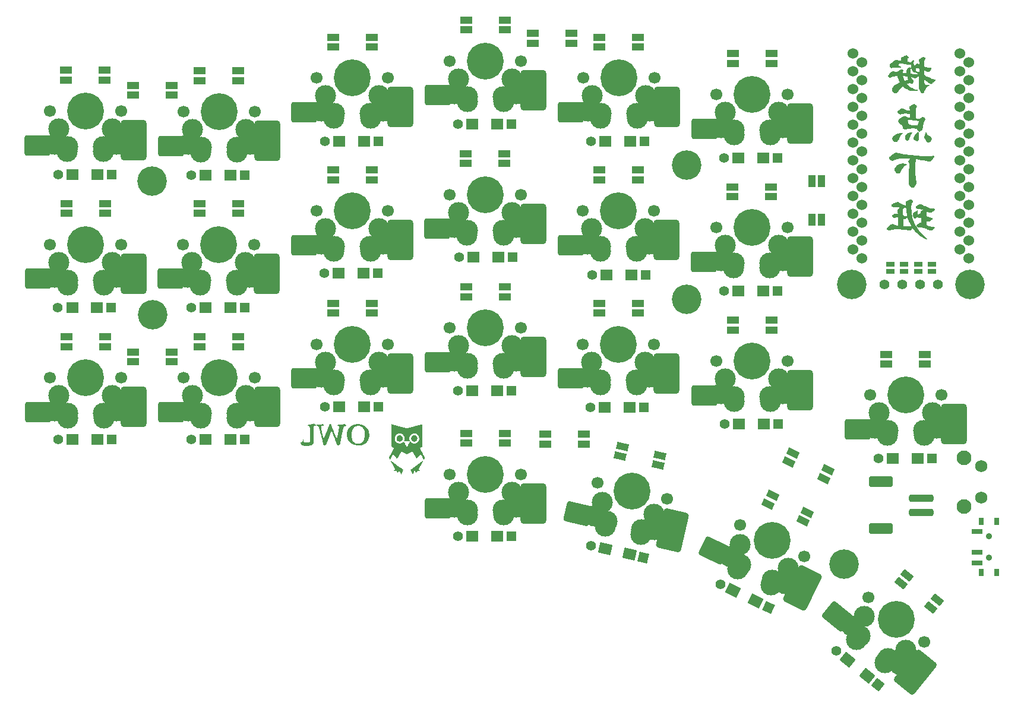
<source format=gbs>
G04 #@! TF.GenerationSoftware,KiCad,Pcbnew,7.0.8*
G04 #@! TF.CreationDate,2023-10-25T23:55:58+08:00*
G04 #@! TF.ProjectId,owl,6f776c2e-6b69-4636-9164-5f7063625858,rev?*
G04 #@! TF.SameCoordinates,Original*
G04 #@! TF.FileFunction,Soldermask,Bot*
G04 #@! TF.FilePolarity,Negative*
%FSLAX46Y46*%
G04 Gerber Fmt 4.6, Leading zero omitted, Abs format (unit mm)*
G04 Created by KiCad (PCBNEW 7.0.8) date 2023-10-25 23:55:58*
%MOMM*%
%LPD*%
G01*
G04 APERTURE LIST*
G04 Aperture macros list*
%AMRoundRect*
0 Rectangle with rounded corners*
0 $1 Rounding radius*
0 $2 $3 $4 $5 $6 $7 $8 $9 X,Y pos of 4 corners*
0 Add a 4 corners polygon primitive as box body*
4,1,4,$2,$3,$4,$5,$6,$7,$8,$9,$2,$3,0*
0 Add four circle primitives for the rounded corners*
1,1,$1+$1,$2,$3*
1,1,$1+$1,$4,$5*
1,1,$1+$1,$6,$7*
1,1,$1+$1,$8,$9*
0 Add four rect primitives between the rounded corners*
20,1,$1+$1,$2,$3,$4,$5,0*
20,1,$1+$1,$4,$5,$6,$7,0*
20,1,$1+$1,$6,$7,$8,$9,0*
20,1,$1+$1,$8,$9,$2,$3,0*%
%AMRotRect*
0 Rectangle, with rotation*
0 The origin of the aperture is its center*
0 $1 length*
0 $2 width*
0 $3 Rotation angle, in degrees counterclockwise*
0 Add horizontal line*
21,1,$1,$2,0,0,$3*%
G04 Aperture macros list end*
%ADD10R,1.397000X1.397000*%
%ADD11R,1.800000X1.500000*%
%ADD12C,1.397000*%
%ADD13R,0.800000X1.000000*%
%ADD14C,0.900000*%
%ADD15R,1.500000X0.700000*%
%ADD16C,4.200000*%
%ADD17C,1.700000*%
%ADD18C,3.000000*%
%ADD19C,5.250000*%
%ADD20RoundRect,0.432496X-1.398404X-2.445004X1.398404X-2.445004X1.398404X2.445004X-1.398404X2.445004X0*%
%ADD21RoundRect,0.344204X-1.514196X-1.115796X1.514196X-1.115796X1.514196X1.115796X-1.514196X1.115796X0*%
%ADD22RotRect,1.700000X1.000000X154.000000*%
%ADD23R,1.700000X1.000000*%
%ADD24RotRect,1.397000X1.397000X154.000000*%
%ADD25RotRect,1.800000X1.500000X154.000000*%
%ADD26R,1.000000X1.700000*%
%ADD27RotRect,1.700000X1.000000X334.000000*%
%ADD28RotRect,1.397000X1.397000X167.000000*%
%ADD29RotRect,1.800000X1.500000X167.000000*%
%ADD30C,2.100000*%
%ADD31C,1.750000*%
%ADD32RotRect,1.700000X1.000000X167.000000*%
%ADD33RoundRect,0.432496X-2.625455X-1.020081X-0.451927X-2.780169X2.625455X1.020081X0.451927X2.780169X0*%
%ADD34RoundRect,0.344204X-1.878944X0.085778X0.474558X-1.820051X1.878944X-0.085778X-0.474558X1.820051X0*%
%ADD35RotRect,1.700000X1.000000X141.000000*%
%ADD36RotRect,1.397000X1.397000X141.000000*%
%ADD37RotRect,1.800000X1.500000X141.000000*%
%ADD38RoundRect,0.432496X-2.328696X-1.584535X0.185058X-2.810575X2.328696X1.584535X-0.185058X2.810575X0*%
%ADD39RoundRect,0.344204X-1.850083X-0.339091X0.871818X-1.666651X1.850083X0.339091X-0.871818X1.666651X0*%
%ADD40RoundRect,0.250000X-1.500000X0.250000X-1.500000X-0.250000X1.500000X-0.250000X1.500000X0.250000X0*%
%ADD41RoundRect,0.250001X-1.449999X0.499999X-1.449999X-0.499999X1.449999X-0.499999X1.449999X0.499999X0*%
%ADD42RoundRect,0.432496X-1.912569X-2.067766X0.812557X-2.696911X1.912569X2.067766X-0.812557X2.696911X0*%
%ADD43RoundRect,0.344204X-1.726387X-0.746578X1.224388X-1.427818X1.726387X0.746578X-1.224388X1.427818X0*%
%ADD44C,1.524000*%
%ADD45R,1.143000X0.635000*%
G04 APERTURE END LIST*
G36*
X129326190Y-113957043D02*
G01*
X129355574Y-113959132D01*
X129381308Y-113963204D01*
X129407479Y-113969722D01*
X129456850Y-113986876D01*
X129519750Y-114018865D01*
X129576022Y-114059681D01*
X129624890Y-114108378D01*
X129665577Y-114164012D01*
X129697306Y-114225636D01*
X129719300Y-114292307D01*
X129730783Y-114363079D01*
X129730830Y-114421408D01*
X129721210Y-114486022D01*
X129702514Y-114550704D01*
X129675689Y-114613269D01*
X129641682Y-114671533D01*
X129601440Y-114723312D01*
X129555910Y-114766421D01*
X129520234Y-114792734D01*
X129458102Y-114828994D01*
X129395314Y-114853663D01*
X129332007Y-114866680D01*
X129306441Y-114868754D01*
X129238705Y-114866757D01*
X129172041Y-114854370D01*
X129108662Y-114832114D01*
X129050781Y-114800510D01*
X129050312Y-114800198D01*
X128995976Y-114757624D01*
X128948659Y-114707566D01*
X128909128Y-114651521D01*
X128878150Y-114590988D01*
X128856495Y-114527464D01*
X128844928Y-114462448D01*
X128844219Y-114397438D01*
X128854040Y-114327369D01*
X128874857Y-114254775D01*
X128906118Y-114187504D01*
X128947822Y-114125553D01*
X128999971Y-114068923D01*
X129047560Y-114029311D01*
X129101303Y-113996553D01*
X129158699Y-113973891D01*
X129221285Y-113960730D01*
X129290598Y-113956475D01*
X129326190Y-113957043D01*
G37*
G36*
X131377766Y-113953670D02*
G01*
X131448133Y-113962359D01*
X131514306Y-113981309D01*
X131575527Y-114009749D01*
X131631041Y-114046905D01*
X131680089Y-114092004D01*
X131721917Y-114144272D01*
X131755766Y-114202937D01*
X131780881Y-114267225D01*
X131796505Y-114336364D01*
X131801881Y-114409579D01*
X131800848Y-114440725D01*
X131790411Y-114512632D01*
X131769225Y-114581329D01*
X131737890Y-114645704D01*
X131697009Y-114704650D01*
X131647185Y-114757056D01*
X131589019Y-114801813D01*
X131557567Y-114819874D01*
X131517270Y-114838492D01*
X131475905Y-114853782D01*
X131438521Y-114863669D01*
X131429330Y-114864535D01*
X131410155Y-114865128D01*
X131384859Y-114865217D01*
X131356472Y-114864760D01*
X131352892Y-114864664D01*
X131318913Y-114863083D01*
X131291981Y-114860091D01*
X131267829Y-114855036D01*
X131242190Y-114847263D01*
X131202616Y-114832031D01*
X131138023Y-114797739D01*
X131080529Y-114754528D01*
X131030753Y-114703084D01*
X130989313Y-114644090D01*
X130956828Y-114578230D01*
X130933915Y-114506189D01*
X130932313Y-114499197D01*
X130923514Y-114433007D01*
X130925091Y-114364547D01*
X130936700Y-114295962D01*
X130957994Y-114229396D01*
X130988627Y-114166993D01*
X130996721Y-114154446D01*
X131015789Y-114128946D01*
X131038897Y-114101466D01*
X131063065Y-114075663D01*
X131072281Y-114066524D01*
X131096312Y-114044141D01*
X131117914Y-114027090D01*
X131140866Y-114012595D01*
X131168947Y-113997881D01*
X131188475Y-113988678D01*
X131242893Y-113968374D01*
X131297090Y-113956877D01*
X131355254Y-113953182D01*
X131377766Y-113953670D01*
G37*
G36*
X132659997Y-117581822D02*
G01*
X132656410Y-117585725D01*
X132647245Y-117596057D01*
X132638323Y-117606880D01*
X132629208Y-117618955D01*
X132619467Y-117633046D01*
X132608666Y-117649916D01*
X132596372Y-117670327D01*
X132582150Y-117695041D01*
X132565566Y-117724821D01*
X132546188Y-117760430D01*
X132523581Y-117802630D01*
X132497311Y-117852184D01*
X132466944Y-117909854D01*
X132432047Y-117976404D01*
X132392186Y-118052595D01*
X132365620Y-118103387D01*
X132336276Y-118159444D01*
X132307471Y-118214427D01*
X132280021Y-118266782D01*
X132254738Y-118314959D01*
X132232439Y-118357403D01*
X132213936Y-118392563D01*
X132200045Y-118418885D01*
X132185643Y-118446308D01*
X132164342Y-118487433D01*
X132143098Y-118529016D01*
X132123743Y-118567463D01*
X132108108Y-118599181D01*
X132106609Y-118602268D01*
X132089900Y-118636160D01*
X132072107Y-118671467D01*
X132055264Y-118704189D01*
X132041408Y-118730322D01*
X132031577Y-118748689D01*
X132022321Y-118767433D01*
X132017822Y-118779699D01*
X132017369Y-118787598D01*
X132020252Y-118793242D01*
X132020757Y-118793851D01*
X132028334Y-118802833D01*
X132041575Y-118818426D01*
X132058765Y-118838608D01*
X132078186Y-118861363D01*
X132097753Y-118884431D01*
X132124918Y-118916969D01*
X132150779Y-118948496D01*
X132174288Y-118977690D01*
X132194398Y-119003233D01*
X132210060Y-119023804D01*
X132220225Y-119038085D01*
X132223847Y-119044756D01*
X132223845Y-119044799D01*
X132218005Y-119047209D01*
X132201791Y-119049536D01*
X132176523Y-119051713D01*
X132143523Y-119053675D01*
X132104115Y-119055355D01*
X132059620Y-119056686D01*
X132011360Y-119057600D01*
X131960657Y-119058032D01*
X131930177Y-119058019D01*
X131893775Y-119058039D01*
X131865486Y-119059014D01*
X131843368Y-119061958D01*
X131825480Y-119067888D01*
X131809881Y-119077817D01*
X131794630Y-119092761D01*
X131777786Y-119113736D01*
X131757406Y-119141757D01*
X131731550Y-119177838D01*
X131717419Y-119197214D01*
X131695338Y-119226783D01*
X131675794Y-119252093D01*
X131659844Y-119271817D01*
X131648545Y-119284625D01*
X131642953Y-119289190D01*
X131637713Y-119285016D01*
X131626379Y-119272619D01*
X131610039Y-119253218D01*
X131589703Y-119228042D01*
X131566381Y-119198319D01*
X131541083Y-119165277D01*
X131523936Y-119142684D01*
X131487647Y-119095433D01*
X131457533Y-119057160D01*
X131433214Y-119027424D01*
X131414310Y-119005781D01*
X131400440Y-118991789D01*
X131391225Y-118985004D01*
X131386284Y-118984984D01*
X131384691Y-118987268D01*
X131378117Y-119000432D01*
X131368119Y-119023589D01*
X131355002Y-119055967D01*
X131339069Y-119096794D01*
X131320622Y-119145299D01*
X131299966Y-119200708D01*
X131277402Y-119262250D01*
X131264051Y-119298817D01*
X131241272Y-119360470D01*
X131221709Y-119412293D01*
X131205031Y-119455128D01*
X131190907Y-119489820D01*
X131179006Y-119517210D01*
X131168996Y-119538142D01*
X131165310Y-119544942D01*
X131157366Y-119556953D01*
X131151884Y-119561709D01*
X131150781Y-119560938D01*
X131144917Y-119551702D01*
X131135014Y-119532558D01*
X131121376Y-119504179D01*
X131104309Y-119467243D01*
X131084118Y-119422423D01*
X131061109Y-119370394D01*
X131035587Y-119311833D01*
X131007857Y-119247413D01*
X130978225Y-119177809D01*
X130964586Y-119145693D01*
X130937548Y-119082661D01*
X130914426Y-119029770D01*
X130894974Y-118986486D01*
X130878944Y-118952279D01*
X130866090Y-118926616D01*
X130856167Y-118908965D01*
X130848926Y-118898793D01*
X130847562Y-118897188D01*
X130845219Y-118891650D01*
X130847983Y-118884987D01*
X130857200Y-118875131D01*
X130874220Y-118860016D01*
X130879050Y-118855944D01*
X130897957Y-118840746D01*
X130925772Y-118819076D01*
X130962086Y-118791245D01*
X131006491Y-118757561D01*
X131058578Y-118718333D01*
X131117938Y-118673873D01*
X131184162Y-118624487D01*
X131256842Y-118570487D01*
X131277305Y-118555400D01*
X131306203Y-118534232D01*
X131342208Y-118507947D01*
X131384117Y-118477420D01*
X131430724Y-118443523D01*
X131480826Y-118407130D01*
X131533219Y-118369116D01*
X131586699Y-118330353D01*
X131640061Y-118291716D01*
X131692102Y-118254078D01*
X131741617Y-118218312D01*
X131787402Y-118185293D01*
X131828254Y-118155893D01*
X131857414Y-118134923D01*
X131898693Y-118105211D01*
X131942769Y-118073461D01*
X131985961Y-118042325D01*
X132024585Y-118014456D01*
X132060892Y-117988308D01*
X132121739Y-117944756D01*
X132182536Y-117901555D01*
X132242606Y-117859166D01*
X132301271Y-117818051D01*
X132357853Y-117778670D01*
X132411674Y-117741486D01*
X132462057Y-117706960D01*
X132508324Y-117675554D01*
X132549796Y-117647728D01*
X132585797Y-117623945D01*
X132615648Y-117604667D01*
X132638671Y-117590353D01*
X132654189Y-117581467D01*
X132661523Y-117578470D01*
X132659997Y-117581822D01*
G37*
G36*
X127971017Y-117559715D02*
G01*
X127982445Y-117567795D01*
X127997514Y-117579647D01*
X128011862Y-117590975D01*
X128039821Y-117611860D01*
X128075255Y-117637352D01*
X128116747Y-117666447D01*
X128162881Y-117698147D01*
X128212241Y-117731448D01*
X128233092Y-117745484D01*
X128275540Y-117774441D01*
X128326047Y-117809273D01*
X128383713Y-117849343D01*
X128447641Y-117894014D01*
X128516934Y-117942648D01*
X128590692Y-117994608D01*
X128668019Y-118049255D01*
X128748017Y-118105953D01*
X128829788Y-118164064D01*
X128912434Y-118222951D01*
X128995057Y-118281975D01*
X129076760Y-118340500D01*
X129156644Y-118397888D01*
X129233813Y-118453501D01*
X129307368Y-118506701D01*
X129376411Y-118556852D01*
X129440044Y-118603316D01*
X129442591Y-118605181D01*
X129476098Y-118629585D01*
X129513173Y-118656405D01*
X129549485Y-118682514D01*
X129580700Y-118704786D01*
X129584098Y-118707205D01*
X129612879Y-118728117D01*
X129646008Y-118752790D01*
X129681178Y-118779449D01*
X129716082Y-118806322D01*
X129748416Y-118831635D01*
X129775873Y-118853614D01*
X129796147Y-118870485D01*
X129796581Y-118870860D01*
X129804797Y-118879362D01*
X129805967Y-118887611D01*
X129800930Y-118900944D01*
X129794938Y-118914586D01*
X129784730Y-118938082D01*
X129771210Y-118969349D01*
X129755043Y-119006837D01*
X129736894Y-119048998D01*
X129717430Y-119094283D01*
X129697314Y-119141143D01*
X129677212Y-119188030D01*
X129657790Y-119233394D01*
X129639713Y-119275688D01*
X129623645Y-119313361D01*
X129610253Y-119344866D01*
X129609441Y-119346780D01*
X129592941Y-119385261D01*
X129576079Y-119423904D01*
X129560072Y-119459965D01*
X129546140Y-119490699D01*
X129535500Y-119513359D01*
X129527325Y-119529794D01*
X129516974Y-119549297D01*
X129509069Y-119562631D01*
X129504870Y-119567570D01*
X129503369Y-119566711D01*
X129496984Y-119557665D01*
X129487495Y-119540176D01*
X129475742Y-119516008D01*
X129462560Y-119486923D01*
X129448787Y-119454684D01*
X129435262Y-119421054D01*
X129402862Y-119338075D01*
X129373257Y-119262985D01*
X129347331Y-119198094D01*
X129324909Y-119142990D01*
X129305816Y-119097261D01*
X129289878Y-119060498D01*
X129276919Y-119032288D01*
X129266765Y-119012219D01*
X129259241Y-118999881D01*
X129254172Y-118994863D01*
X129252545Y-118994420D01*
X129246950Y-118995193D01*
X129239481Y-118999658D01*
X129229403Y-119008630D01*
X129215978Y-119022919D01*
X129198471Y-119043340D01*
X129176145Y-119070705D01*
X129148266Y-119105826D01*
X129114096Y-119149516D01*
X129088834Y-119181822D01*
X129064677Y-119212436D01*
X129043510Y-119238975D01*
X129026377Y-119260139D01*
X129014323Y-119274628D01*
X129008391Y-119281142D01*
X129006975Y-119282248D01*
X129003101Y-119284019D01*
X128998526Y-119283185D01*
X128992362Y-119278767D01*
X128983725Y-119269782D01*
X128971728Y-119255250D01*
X128955485Y-119234188D01*
X128934110Y-119205618D01*
X128906717Y-119168556D01*
X128892966Y-119150070D01*
X128873000Y-119123805D01*
X128855324Y-119101207D01*
X128841465Y-119084220D01*
X128832951Y-119074786D01*
X128817884Y-119060625D01*
X128618043Y-119056356D01*
X128581446Y-119055497D01*
X128536858Y-119054226D01*
X128497060Y-119052840D01*
X128463437Y-119051401D01*
X128437376Y-119049968D01*
X128420263Y-119048604D01*
X128413484Y-119047368D01*
X128414336Y-119041537D01*
X128421875Y-119027966D01*
X128435357Y-119008108D01*
X128453804Y-118983239D01*
X128476238Y-118954635D01*
X128501682Y-118923572D01*
X128529159Y-118891324D01*
X128557691Y-118859168D01*
X128571992Y-118843323D01*
X128592397Y-118820431D01*
X128609208Y-118801224D01*
X128620986Y-118787355D01*
X128626289Y-118780476D01*
X128626765Y-118775357D01*
X128621548Y-118761146D01*
X128609577Y-118741076D01*
X128603244Y-118731032D01*
X128591022Y-118710355D01*
X128575112Y-118682556D01*
X128556538Y-118649445D01*
X128536320Y-118612830D01*
X128515482Y-118574519D01*
X128497712Y-118541649D01*
X128479060Y-118507276D01*
X128462658Y-118477182D01*
X128449330Y-118452876D01*
X128439903Y-118435870D01*
X128435204Y-118427676D01*
X128432635Y-118423210D01*
X128424796Y-118408857D01*
X128412945Y-118386762D01*
X128397930Y-118358518D01*
X128380601Y-118325716D01*
X128361806Y-118289951D01*
X128357020Y-118280829D01*
X128334073Y-118237309D01*
X128309633Y-118191249D01*
X128285424Y-118145884D01*
X128263172Y-118104448D01*
X128244601Y-118070177D01*
X128236657Y-118055610D01*
X128218555Y-118022395D01*
X128196611Y-117982108D01*
X128171957Y-117936828D01*
X128145724Y-117888630D01*
X128119042Y-117839594D01*
X128093043Y-117791797D01*
X128072721Y-117754486D01*
X128049817Y-117712572D01*
X128028725Y-117674117D01*
X128010201Y-117640492D01*
X127994997Y-117613064D01*
X127983869Y-117593204D01*
X127977572Y-117582279D01*
X127972345Y-117573194D01*
X127966879Y-117561817D01*
X127966414Y-117557372D01*
X127971017Y-117559715D01*
G37*
G36*
X132498074Y-114532445D02*
G01*
X132497890Y-114650163D01*
X132497687Y-114762896D01*
X132497466Y-114870124D01*
X132497228Y-114971330D01*
X132496974Y-115065995D01*
X132496707Y-115153602D01*
X132496427Y-115233631D01*
X132496136Y-115305567D01*
X132495835Y-115368889D01*
X132495525Y-115423081D01*
X132495209Y-115467623D01*
X132494887Y-115501999D01*
X132494561Y-115525689D01*
X132494233Y-115538176D01*
X132490506Y-115614158D01*
X132446551Y-115636716D01*
X132432825Y-115643881D01*
X132406623Y-115657981D01*
X132376481Y-115674581D01*
X132343976Y-115692773D01*
X132310687Y-115711651D01*
X132278191Y-115730305D01*
X132248065Y-115747829D01*
X132221888Y-115763314D01*
X132201237Y-115775853D01*
X132187689Y-115784538D01*
X132182822Y-115788461D01*
X132182864Y-115788699D01*
X132186097Y-115796057D01*
X132193894Y-115811914D01*
X132205420Y-115834621D01*
X132219838Y-115862531D01*
X132236315Y-115893996D01*
X132238969Y-115899037D01*
X132256557Y-115932567D01*
X132278027Y-115973668D01*
X132302123Y-116019925D01*
X132327588Y-116068921D01*
X132353165Y-116118241D01*
X132377596Y-116165470D01*
X132377818Y-116165900D01*
X132403654Y-116215862D01*
X132431852Y-116270294D01*
X132460864Y-116326216D01*
X132489146Y-116380652D01*
X132515150Y-116430624D01*
X132537332Y-116473154D01*
X132542732Y-116483494D01*
X132572582Y-116540700D01*
X132603824Y-116600663D01*
X132635893Y-116662289D01*
X132668219Y-116724480D01*
X132700235Y-116786141D01*
X132731374Y-116846176D01*
X132761067Y-116903490D01*
X132788746Y-116956986D01*
X132813845Y-117005568D01*
X132835794Y-117048141D01*
X132854026Y-117083609D01*
X132867974Y-117110875D01*
X132877070Y-117128845D01*
X132886174Y-117147584D01*
X132896229Y-117171083D01*
X132900934Y-117187488D01*
X132900877Y-117198523D01*
X132896878Y-117207375D01*
X132886989Y-117223955D01*
X132872941Y-117245097D01*
X132856332Y-117268300D01*
X132840866Y-117289753D01*
X132818154Y-117322687D01*
X132795136Y-117357366D01*
X132774973Y-117389093D01*
X132772752Y-117392695D01*
X132757081Y-117417929D01*
X132743242Y-117439937D01*
X132732662Y-117456463D01*
X132726770Y-117465248D01*
X132723995Y-117467668D01*
X132720373Y-117466755D01*
X132715483Y-117460976D01*
X132708652Y-117449153D01*
X132699202Y-117430104D01*
X132686461Y-117402652D01*
X132669752Y-117365617D01*
X132658969Y-117341678D01*
X132626248Y-117270298D01*
X132590976Y-117194988D01*
X132554176Y-117117847D01*
X132516875Y-117040975D01*
X132480096Y-116966473D01*
X132444865Y-116896442D01*
X132412206Y-116832982D01*
X132383144Y-116778193D01*
X132366671Y-116747715D01*
X132348690Y-116714365D01*
X132333183Y-116685514D01*
X132320930Y-116662613D01*
X132312708Y-116647114D01*
X132309294Y-116640468D01*
X132306697Y-116639946D01*
X132298518Y-116645767D01*
X132287310Y-116657764D01*
X132278522Y-116668023D01*
X132261934Y-116686601D01*
X132241831Y-116708554D01*
X132220809Y-116731022D01*
X132208764Y-116743985D01*
X132187134Y-116767861D01*
X132160818Y-116797384D01*
X132131483Y-116830667D01*
X132100797Y-116865828D01*
X132070428Y-116900980D01*
X132048305Y-116926657D01*
X132017360Y-116962353D01*
X131987250Y-116996852D01*
X131959669Y-117028225D01*
X131936309Y-117054541D01*
X131918862Y-117073869D01*
X131896396Y-117098771D01*
X131869196Y-117129565D01*
X131841321Y-117161648D01*
X131816218Y-117191082D01*
X131811572Y-117196589D01*
X131789923Y-117222063D01*
X131769405Y-117245916D01*
X131752146Y-117265690D01*
X131740272Y-117278926D01*
X131718617Y-117302303D01*
X131705332Y-117285642D01*
X131704108Y-117284037D01*
X131695330Y-117270930D01*
X131682724Y-117250541D01*
X131667789Y-117225340D01*
X131652023Y-117197798D01*
X131651069Y-117196103D01*
X131634984Y-117167780D01*
X131614756Y-117132529D01*
X131592087Y-117093297D01*
X131568680Y-117053030D01*
X131546237Y-117014677D01*
X131524526Y-116977507D01*
X131498218Y-116932049D01*
X131471450Y-116885430D01*
X131446374Y-116841397D01*
X131425138Y-116803694D01*
X131393162Y-116746563D01*
X131352046Y-116673405D01*
X131312965Y-116604209D01*
X131276637Y-116540240D01*
X131243780Y-116482763D01*
X131215113Y-116433040D01*
X131191354Y-116392336D01*
X131182646Y-116377443D01*
X131167939Y-116351753D01*
X131156156Y-116330467D01*
X131148328Y-116315467D01*
X131145490Y-116308638D01*
X131145461Y-116307798D01*
X131141428Y-116301555D01*
X131129890Y-116300441D01*
X131109875Y-116304537D01*
X131080411Y-116313921D01*
X131068103Y-116318355D01*
X131031251Y-116332649D01*
X130985177Y-116351644D01*
X130930768Y-116374942D01*
X130868911Y-116402147D01*
X130800493Y-116432863D01*
X130726400Y-116466692D01*
X130647520Y-116503239D01*
X130564739Y-116542107D01*
X130478945Y-116582899D01*
X130325206Y-116656445D01*
X130195061Y-116596290D01*
X130191707Y-116594740D01*
X130144214Y-116572938D01*
X130090700Y-116548581D01*
X130035324Y-116523550D01*
X129982246Y-116499727D01*
X129935625Y-116478991D01*
X129917170Y-116470824D01*
X129877735Y-116453309D01*
X129839984Y-116436464D01*
X129806179Y-116421301D01*
X129778580Y-116408834D01*
X129759449Y-116400074D01*
X129720395Y-116382272D01*
X129672052Y-116360986D01*
X129624069Y-116340572D01*
X129579831Y-116322466D01*
X129542722Y-116308104D01*
X129526581Y-116302317D01*
X129508112Y-116296736D01*
X129497612Y-116295528D01*
X129493423Y-116298366D01*
X129489148Y-116308367D01*
X129479628Y-116327908D01*
X129465695Y-116355227D01*
X129448028Y-116389046D01*
X129427307Y-116428086D01*
X129404210Y-116471068D01*
X129379416Y-116516713D01*
X129353605Y-116563743D01*
X129327456Y-116610879D01*
X129317198Y-116629255D01*
X129276365Y-116702251D01*
X129235925Y-116774308D01*
X129196288Y-116844709D01*
X129157864Y-116912740D01*
X129121061Y-116977685D01*
X129086287Y-117038830D01*
X129053953Y-117095459D01*
X129024467Y-117146858D01*
X128998237Y-117192311D01*
X128975674Y-117231103D01*
X128957185Y-117262520D01*
X128943180Y-117285846D01*
X128934068Y-117300365D01*
X128930258Y-117305364D01*
X128925134Y-117303154D01*
X128911796Y-117292029D01*
X128891538Y-117271568D01*
X128864401Y-117241811D01*
X128830426Y-117202803D01*
X128827843Y-117199793D01*
X128804841Y-117173210D01*
X128777139Y-117141522D01*
X128745516Y-117105596D01*
X128710752Y-117066299D01*
X128673627Y-117024499D01*
X128634919Y-116981064D01*
X128595409Y-116936860D01*
X128555877Y-116892756D01*
X128517101Y-116849618D01*
X128479861Y-116808314D01*
X128444937Y-116769712D01*
X128413108Y-116734678D01*
X128385155Y-116704081D01*
X128361856Y-116678787D01*
X128343991Y-116659665D01*
X128332339Y-116647581D01*
X128327681Y-116643403D01*
X128325721Y-116645298D01*
X128319240Y-116655603D01*
X128309876Y-116672836D01*
X128298925Y-116694683D01*
X128291020Y-116710840D01*
X128275307Y-116742345D01*
X128258175Y-116776131D01*
X128242142Y-116807210D01*
X128241593Y-116808262D01*
X128228354Y-116834074D01*
X128211608Y-116867354D01*
X128191934Y-116906904D01*
X128169912Y-116951523D01*
X128146121Y-117000015D01*
X128121140Y-117051179D01*
X128095549Y-117103817D01*
X128069927Y-117156731D01*
X128044853Y-117208722D01*
X128020907Y-117258591D01*
X127998668Y-117305139D01*
X127978715Y-117347168D01*
X127961628Y-117383478D01*
X127947986Y-117412872D01*
X127938369Y-117434150D01*
X127933356Y-117446114D01*
X127927787Y-117460822D01*
X127922315Y-117472511D01*
X127918563Y-117475315D01*
X127915548Y-117470587D01*
X127915381Y-117470149D01*
X127909807Y-117458789D01*
X127900042Y-117441373D01*
X127888091Y-117421487D01*
X127880401Y-117408871D01*
X127865242Y-117383264D01*
X127848430Y-117354209D01*
X127832394Y-117325876D01*
X127822249Y-117308208D01*
X127804666Y-117279295D01*
X127787352Y-117252563D01*
X127772904Y-117232106D01*
X127767796Y-117225289D01*
X127755280Y-117206572D01*
X127749498Y-117193052D01*
X127749296Y-117182291D01*
X127753225Y-117170924D01*
X127762324Y-117149742D01*
X127776098Y-117119889D01*
X127794111Y-117082213D01*
X127815929Y-117037564D01*
X127841114Y-116986794D01*
X127869233Y-116930751D01*
X127899850Y-116870285D01*
X127932529Y-116806248D01*
X127966835Y-116739489D01*
X128002333Y-116670857D01*
X128038587Y-116601204D01*
X128075161Y-116531379D01*
X128111621Y-116462231D01*
X128147530Y-116394612D01*
X128182455Y-116329372D01*
X128215958Y-116267359D01*
X128247605Y-116209425D01*
X128261483Y-116183973D01*
X128282946Y-116144057D01*
X128306705Y-116099377D01*
X128331636Y-116052085D01*
X128356614Y-116004336D01*
X128380512Y-115958283D01*
X128402206Y-115916078D01*
X128420571Y-115879875D01*
X128434481Y-115851826D01*
X128465096Y-115788872D01*
X128379328Y-115741382D01*
X128368882Y-115735616D01*
X128331554Y-115715246D01*
X128292170Y-115694043D01*
X128254821Y-115674202D01*
X128223598Y-115657915D01*
X128199888Y-115645390D01*
X128173182Y-115629879D01*
X128156651Y-115618006D01*
X128149823Y-115609463D01*
X128149761Y-115609052D01*
X128149435Y-115600038D01*
X128149113Y-115579873D01*
X128148795Y-115549036D01*
X128148483Y-115508008D01*
X128148179Y-115457268D01*
X128147883Y-115397295D01*
X128147598Y-115328569D01*
X128147324Y-115251570D01*
X128147062Y-115166777D01*
X128146814Y-115074670D01*
X128146582Y-114975729D01*
X128146366Y-114870433D01*
X128146168Y-114759262D01*
X128145989Y-114642695D01*
X128145831Y-114521213D01*
X128145694Y-114395294D01*
X128145693Y-114393917D01*
X128581162Y-114393917D01*
X128583977Y-114478978D01*
X128584691Y-114485840D01*
X128599833Y-114578330D01*
X128624522Y-114666190D01*
X128658278Y-114748661D01*
X128700623Y-114824980D01*
X128751076Y-114894388D01*
X128809158Y-114956125D01*
X128874389Y-115009429D01*
X128946290Y-115053540D01*
X129015919Y-115085461D01*
X129090225Y-115111107D01*
X129163368Y-115128271D01*
X129206104Y-115134028D01*
X129270465Y-115136345D01*
X129338804Y-115131251D01*
X129413595Y-115118652D01*
X129420150Y-115117260D01*
X129509312Y-115092191D01*
X129593937Y-115056547D01*
X129674305Y-115010170D01*
X129750694Y-114952901D01*
X129823382Y-114884579D01*
X129843651Y-114862842D01*
X129866853Y-114835261D01*
X129874873Y-114835261D01*
X129875046Y-114841933D01*
X129877902Y-114851992D01*
X129883863Y-114866268D01*
X129893347Y-114885594D01*
X129906775Y-114910804D01*
X129924566Y-114942728D01*
X129947139Y-114982199D01*
X129974915Y-115030050D01*
X130008312Y-115087113D01*
X130019592Y-115106397D01*
X130042305Y-115145456D01*
X130068727Y-115191117D01*
X130097562Y-115241131D01*
X130127516Y-115293248D01*
X130157291Y-115345220D01*
X130185592Y-115394797D01*
X130186261Y-115395972D01*
X130211235Y-115439801D01*
X130234752Y-115481053D01*
X130256088Y-115518461D01*
X130274520Y-115550755D01*
X130289324Y-115576668D01*
X130299776Y-115594932D01*
X130305151Y-115604277D01*
X130307044Y-115607443D01*
X130314851Y-115618739D01*
X130319887Y-115623324D01*
X130320984Y-115623201D01*
X130324891Y-115620814D01*
X130330285Y-115614410D01*
X130337964Y-115602720D01*
X130348725Y-115584474D01*
X130363362Y-115558402D01*
X130382675Y-115523233D01*
X130415723Y-115462819D01*
X130450322Y-115399806D01*
X130484139Y-115338451D01*
X130516572Y-115279832D01*
X130547018Y-115225030D01*
X130574876Y-115175125D01*
X130599546Y-115131198D01*
X130620424Y-115094330D01*
X130636909Y-115065600D01*
X130648401Y-115046089D01*
X130652173Y-115039820D01*
X130668236Y-115012725D01*
X130687357Y-114980009D01*
X130707458Y-114945242D01*
X130726462Y-114911994D01*
X130772627Y-114830645D01*
X130786790Y-114847527D01*
X130809298Y-114873510D01*
X130878670Y-114943563D01*
X130951409Y-115002450D01*
X131027617Y-115050247D01*
X131107395Y-115087031D01*
X131114352Y-115089693D01*
X131155223Y-115104852D01*
X131189271Y-115116117D01*
X131219585Y-115124044D01*
X131249252Y-115129190D01*
X131281362Y-115132112D01*
X131319003Y-115133366D01*
X131365263Y-115133510D01*
X131394702Y-115133324D01*
X131428173Y-115132786D01*
X131454246Y-115131708D01*
X131475452Y-115129843D01*
X131494328Y-115126946D01*
X131513407Y-115122773D01*
X131535222Y-115117079D01*
X131568367Y-115107346D01*
X131649068Y-115076635D01*
X131723160Y-115037334D01*
X131792388Y-114988425D01*
X131858500Y-114928893D01*
X131912414Y-114869430D01*
X131962338Y-114800126D01*
X132002713Y-114725833D01*
X132034283Y-114645163D01*
X132057793Y-114556725D01*
X132060314Y-114543613D01*
X132066354Y-114493988D01*
X132068769Y-114438429D01*
X132067604Y-114380933D01*
X132062903Y-114325496D01*
X132054709Y-114276115D01*
X132036981Y-114207268D01*
X132006072Y-114120690D01*
X131967159Y-114042264D01*
X131919940Y-113971487D01*
X131864114Y-113907858D01*
X131799377Y-113850872D01*
X131788577Y-113842629D01*
X131711907Y-113791917D01*
X131631722Y-113751699D01*
X131548903Y-113722016D01*
X131464330Y-113702908D01*
X131378884Y-113694416D01*
X131293446Y-113696581D01*
X131208896Y-113709444D01*
X131126115Y-113733044D01*
X131045984Y-113767422D01*
X130969383Y-113812620D01*
X130967174Y-113814125D01*
X130896512Y-113868425D01*
X130835504Y-113928369D01*
X130783654Y-113994680D01*
X130740469Y-114068084D01*
X130705453Y-114149304D01*
X130678113Y-114239063D01*
X130674888Y-114252148D01*
X130670034Y-114273886D01*
X130666629Y-114293875D01*
X130664427Y-114314808D01*
X130663184Y-114339379D01*
X130662658Y-114370282D01*
X130662602Y-114410210D01*
X130662647Y-114424376D01*
X130663023Y-114461613D01*
X130663947Y-114490721D01*
X130665667Y-114514414D01*
X130668431Y-114535410D01*
X130672485Y-114556423D01*
X130678076Y-114580168D01*
X130690796Y-114626646D01*
X130708730Y-114682850D01*
X130728674Y-114737736D01*
X130748858Y-114786154D01*
X130763868Y-114819251D01*
X130742231Y-114822517D01*
X130734264Y-114823538D01*
X130708243Y-114825739D01*
X130672640Y-114827731D01*
X130628942Y-114829493D01*
X130578637Y-114831001D01*
X130523214Y-114832237D01*
X130464161Y-114833178D01*
X130402966Y-114833803D01*
X130341117Y-114834091D01*
X130280103Y-114834020D01*
X130221411Y-114833570D01*
X130166530Y-114832718D01*
X130116948Y-114831445D01*
X130095661Y-114830762D01*
X130041559Y-114829048D01*
X129997656Y-114827715D01*
X129962828Y-114826756D01*
X129935950Y-114826162D01*
X129915896Y-114825926D01*
X129901540Y-114826041D01*
X129891757Y-114826500D01*
X129885422Y-114827295D01*
X129881409Y-114828418D01*
X129878594Y-114829862D01*
X129876965Y-114831142D01*
X129874873Y-114835261D01*
X129866853Y-114835261D01*
X129867958Y-114833948D01*
X129888109Y-114805278D01*
X129905875Y-114773940D01*
X129923024Y-114737037D01*
X129941326Y-114691678D01*
X129949176Y-114670593D01*
X129964538Y-114622797D01*
X129975586Y-114575982D01*
X129982835Y-114527027D01*
X129986805Y-114472810D01*
X129988014Y-114410210D01*
X129987964Y-114391829D01*
X129987134Y-114344892D01*
X129984970Y-114305713D01*
X129981072Y-114271359D01*
X129975040Y-114238896D01*
X129966474Y-114205392D01*
X129954975Y-114167914D01*
X129930583Y-114103800D01*
X129891047Y-114028285D01*
X129841445Y-113958433D01*
X129781380Y-113893615D01*
X129772860Y-113885615D01*
X129703764Y-113829659D01*
X129627978Y-113782681D01*
X129546838Y-113745214D01*
X129461679Y-113717791D01*
X129373837Y-113700945D01*
X129284648Y-113695212D01*
X129219250Y-113698402D01*
X129133071Y-113712425D01*
X129049739Y-113737059D01*
X128970246Y-113771697D01*
X128895586Y-113815732D01*
X128826750Y-113868559D01*
X128764731Y-113929571D01*
X128710521Y-113998161D01*
X128665113Y-114073723D01*
X128636424Y-114136199D01*
X128607744Y-114220738D01*
X128589204Y-114307241D01*
X128581162Y-114393917D01*
X128145693Y-114393917D01*
X128145580Y-114265418D01*
X128145491Y-114132066D01*
X128145428Y-113995716D01*
X128144843Y-112394444D01*
X128163891Y-112397864D01*
X128172429Y-112399504D01*
X128184629Y-112402152D01*
X128199694Y-112405752D01*
X128218464Y-112410535D01*
X128241778Y-112416733D01*
X128270475Y-112424579D01*
X128305392Y-112434305D01*
X128347371Y-112446143D01*
X128397249Y-112460324D01*
X128455865Y-112477081D01*
X128524059Y-112496647D01*
X128602669Y-112519252D01*
X128621779Y-112524744D01*
X128693212Y-112545150D01*
X128768188Y-112566397D01*
X128844593Y-112587895D01*
X128920313Y-112609056D01*
X128993236Y-112629289D01*
X129061247Y-112648007D01*
X129122233Y-112664620D01*
X129174081Y-112678538D01*
X129224882Y-112692045D01*
X129287087Y-112708607D01*
X129350764Y-112725580D01*
X129413351Y-112742282D01*
X129472290Y-112758030D01*
X129525019Y-112772140D01*
X129568978Y-112783929D01*
X129592987Y-112790364D01*
X129650458Y-112805690D01*
X129713163Y-112822323D01*
X129776965Y-112839171D01*
X129837727Y-112855140D01*
X129891313Y-112869136D01*
X129932948Y-112879974D01*
X129978676Y-112891900D01*
X130022234Y-112903280D01*
X130061328Y-112913515D01*
X130093664Y-112922004D01*
X130116948Y-112928148D01*
X130139453Y-112934096D01*
X130177519Y-112944101D01*
X130217326Y-112954514D01*
X130253213Y-112963850D01*
X130257683Y-112965023D01*
X130274070Y-112969523D01*
X130287705Y-112973252D01*
X130299761Y-112976024D01*
X130311411Y-112977654D01*
X130323829Y-112977955D01*
X130338190Y-112976742D01*
X130355665Y-112973829D01*
X130377429Y-112969029D01*
X130404656Y-112962156D01*
X130438519Y-112953026D01*
X130480191Y-112941451D01*
X130530847Y-112927246D01*
X130591659Y-112910225D01*
X130613999Y-112904006D01*
X130666570Y-112889448D01*
X130726943Y-112872810D01*
X130792764Y-112854737D01*
X130861680Y-112835874D01*
X130931334Y-112816867D01*
X130999372Y-112798360D01*
X131063441Y-112780997D01*
X131111423Y-112768000D01*
X131171100Y-112751776D01*
X131229540Y-112735827D01*
X131285064Y-112720615D01*
X131335990Y-112706601D01*
X131380639Y-112694247D01*
X131417330Y-112684014D01*
X131444382Y-112676364D01*
X131456646Y-112672859D01*
X131519592Y-112655014D01*
X131586744Y-112636200D01*
X131657189Y-112616656D01*
X131730016Y-112596625D01*
X131804312Y-112576347D01*
X131879166Y-112556064D01*
X131953667Y-112536016D01*
X132026902Y-112516445D01*
X132097959Y-112497593D01*
X132165927Y-112479700D01*
X132229894Y-112463007D01*
X132288949Y-112447756D01*
X132342178Y-112434188D01*
X132388671Y-112422544D01*
X132427515Y-112413066D01*
X132457800Y-112405993D01*
X132478612Y-112401569D01*
X132489041Y-112400033D01*
X132489643Y-112400146D01*
X132490662Y-112401084D01*
X132491606Y-112403324D01*
X132492478Y-112407281D01*
X132493280Y-112413373D01*
X132494016Y-112422017D01*
X132494687Y-112433629D01*
X132495296Y-112448626D01*
X132495847Y-112467425D01*
X132496341Y-112490443D01*
X132496781Y-112518097D01*
X132497170Y-112550803D01*
X132497510Y-112588978D01*
X132497804Y-112633039D01*
X132498055Y-112683402D01*
X132498265Y-112740486D01*
X132498437Y-112804705D01*
X132498573Y-112876478D01*
X132498676Y-112956221D01*
X132498749Y-113044351D01*
X132498794Y-113141285D01*
X132498814Y-113247438D01*
X132498812Y-113363230D01*
X132498789Y-113489075D01*
X132498749Y-113625391D01*
X132498695Y-113772594D01*
X132498629Y-113931103D01*
X132498582Y-114022068D01*
X132498492Y-114154552D01*
X132498376Y-114284121D01*
X132498236Y-114410258D01*
X132498199Y-114438429D01*
X132498074Y-114532445D01*
G37*
G36*
X124950690Y-113857362D02*
G01*
X124948730Y-113978984D01*
X124947485Y-114005323D01*
X124939029Y-114116016D01*
X124925490Y-114220804D01*
X124906682Y-114320265D01*
X124882421Y-114414974D01*
X124852520Y-114505511D01*
X124816794Y-114592452D01*
X124775058Y-114676374D01*
X124727125Y-114757856D01*
X124672811Y-114837474D01*
X124648137Y-114870062D01*
X124611442Y-114915093D01*
X124571871Y-114960318D01*
X124530805Y-115004269D01*
X124489628Y-115045479D01*
X124449723Y-115082481D01*
X124412471Y-115113807D01*
X124367547Y-115147449D01*
X124293527Y-115196181D01*
X124214548Y-115240884D01*
X124131818Y-115281073D01*
X124046547Y-115316263D01*
X123959945Y-115345972D01*
X123873220Y-115369714D01*
X123787582Y-115387005D01*
X123704241Y-115397362D01*
X123689455Y-115398444D01*
X123641564Y-115400523D01*
X123587153Y-115401084D01*
X123527357Y-115400201D01*
X123463307Y-115397948D01*
X123396140Y-115394403D01*
X123326987Y-115389638D01*
X123256982Y-115383730D01*
X123187260Y-115376753D01*
X123118954Y-115368782D01*
X123053197Y-115359893D01*
X122991123Y-115350160D01*
X122938348Y-115340925D01*
X122875608Y-115328919D01*
X122819072Y-115316715D01*
X122767612Y-115303983D01*
X122720096Y-115290394D01*
X122675396Y-115275621D01*
X122632383Y-115259333D01*
X122589925Y-115241203D01*
X122546895Y-115220902D01*
X122494989Y-115194010D01*
X122426819Y-115154039D01*
X122361188Y-115109761D01*
X122296882Y-115060285D01*
X122232688Y-115004718D01*
X122167392Y-114942171D01*
X122122358Y-114895539D01*
X122080684Y-114848698D01*
X122044311Y-114803400D01*
X122012238Y-114758461D01*
X121985874Y-114716941D01*
X121942671Y-114637832D01*
X121904387Y-114552380D01*
X121871064Y-114460758D01*
X121842744Y-114363143D01*
X121819470Y-114259709D01*
X121801285Y-114150630D01*
X121788230Y-114036082D01*
X121780349Y-113916240D01*
X121779667Y-113884287D01*
X122424285Y-113884287D01*
X122424288Y-113928344D01*
X122424769Y-113972173D01*
X122425719Y-114014180D01*
X122427131Y-114052773D01*
X122428996Y-114086358D01*
X122431307Y-114113342D01*
X122433830Y-114135233D01*
X122443099Y-114202616D01*
X122454638Y-114271377D01*
X122468053Y-114339599D01*
X122482949Y-114405368D01*
X122498930Y-114466768D01*
X122515602Y-114521882D01*
X122526100Y-114552507D01*
X122561488Y-114640598D01*
X122602860Y-114723253D01*
X122650416Y-114800807D01*
X122704355Y-114873595D01*
X122764877Y-114941954D01*
X122796073Y-114973342D01*
X122830261Y-115004895D01*
X122863370Y-115031858D01*
X122897135Y-115055533D01*
X122933292Y-115077219D01*
X122973579Y-115098216D01*
X123022216Y-115119916D01*
X123095536Y-115145286D01*
X123172991Y-115163954D01*
X123254025Y-115175767D01*
X123263524Y-115176616D01*
X123292507Y-115178308D01*
X123325957Y-115179264D01*
X123361765Y-115179505D01*
X123397824Y-115179048D01*
X123432024Y-115177913D01*
X123462259Y-115176118D01*
X123486420Y-115173683D01*
X123502221Y-115171416D01*
X123579435Y-115156034D01*
X123652672Y-115133948D01*
X123722159Y-115105009D01*
X123788117Y-115069066D01*
X123850773Y-115025967D01*
X123910349Y-114975562D01*
X123967070Y-114917699D01*
X124021161Y-114852228D01*
X124072845Y-114778999D01*
X124110416Y-114716881D01*
X124150465Y-114638418D01*
X124186687Y-114553341D01*
X124218966Y-114462055D01*
X124247185Y-114364966D01*
X124271230Y-114262478D01*
X124290983Y-114154995D01*
X124306329Y-114042924D01*
X124317151Y-113926668D01*
X124318098Y-113911436D01*
X124319391Y-113881343D01*
X124320332Y-113846703D01*
X124320921Y-113809111D01*
X124321159Y-113770159D01*
X124321046Y-113731441D01*
X124320582Y-113694548D01*
X124319768Y-113661075D01*
X124318604Y-113632614D01*
X124317090Y-113610758D01*
X124308078Y-113535331D01*
X124290159Y-113436596D01*
X124265743Y-113341268D01*
X124235007Y-113249805D01*
X124198129Y-113162664D01*
X124155289Y-113080303D01*
X124106665Y-113003182D01*
X124052435Y-112931756D01*
X124035647Y-112912503D01*
X124008787Y-112884087D01*
X123978890Y-112854568D01*
X123947960Y-112825851D01*
X123918004Y-112799841D01*
X123891027Y-112778443D01*
X123839551Y-112742659D01*
X123771626Y-112703027D01*
X123702090Y-112671076D01*
X123630297Y-112646594D01*
X123555599Y-112629370D01*
X123477349Y-112619191D01*
X123394899Y-112615846D01*
X123344076Y-112616971D01*
X123256722Y-112624554D01*
X123173387Y-112639289D01*
X123094053Y-112661188D01*
X123018702Y-112690258D01*
X122947314Y-112726512D01*
X122879872Y-112769957D01*
X122816357Y-112820605D01*
X122756751Y-112878465D01*
X122701035Y-112943548D01*
X122649191Y-113015862D01*
X122628890Y-113048038D01*
X122585388Y-113127180D01*
X122546907Y-113212630D01*
X122513433Y-113304428D01*
X122484955Y-113402613D01*
X122461460Y-113507225D01*
X122442937Y-113618305D01*
X122429373Y-113735891D01*
X122429216Y-113737636D01*
X122427225Y-113766676D01*
X122425746Y-113801860D01*
X122424768Y-113841595D01*
X122424285Y-113884287D01*
X121779667Y-113884287D01*
X121777683Y-113791278D01*
X121778895Y-113717376D01*
X121785658Y-113607777D01*
X121798398Y-113503571D01*
X121817158Y-113404570D01*
X121841984Y-113310588D01*
X121872920Y-113221438D01*
X121910010Y-113136934D01*
X121953300Y-113056889D01*
X121998240Y-112987659D01*
X122052198Y-112916387D01*
X122112182Y-112847432D01*
X122177076Y-112781993D01*
X122245768Y-112721263D01*
X122317142Y-112666439D01*
X122373100Y-112629002D01*
X122456424Y-112580784D01*
X122545766Y-112537109D01*
X122640527Y-112498174D01*
X122740105Y-112464180D01*
X122843903Y-112435325D01*
X122951320Y-112411809D01*
X123061756Y-112393831D01*
X123174612Y-112381590D01*
X123191768Y-112380477D01*
X123221429Y-112379353D01*
X123256360Y-112378709D01*
X123295065Y-112378520D01*
X123336045Y-112378761D01*
X123377806Y-112379407D01*
X123418848Y-112380433D01*
X123457677Y-112381813D01*
X123492795Y-112383522D01*
X123522704Y-112385536D01*
X123545910Y-112387829D01*
X123584836Y-112393029D01*
X123700433Y-112412390D01*
X123812638Y-112437094D01*
X123920729Y-112466925D01*
X124023984Y-112501671D01*
X124121680Y-112541119D01*
X124213093Y-112585054D01*
X124247654Y-112603846D01*
X124334237Y-112657184D01*
X124417685Y-112717651D01*
X124497382Y-112784705D01*
X124572709Y-112857803D01*
X124643052Y-112936404D01*
X124707791Y-113019965D01*
X124733372Y-113057094D01*
X124783051Y-113139788D01*
X124826327Y-113227554D01*
X124863185Y-113320332D01*
X124893611Y-113418065D01*
X124917589Y-113520693D01*
X124935104Y-113628158D01*
X124946143Y-113740401D01*
X124947300Y-113770159D01*
X124950690Y-113857362D01*
G37*
G36*
X117104534Y-112315299D02*
G01*
X117116107Y-112317033D01*
X117126726Y-112320503D01*
X117139113Y-112326193D01*
X117139756Y-112326510D01*
X117164277Y-112340555D01*
X117191639Y-112359419D01*
X117220612Y-112381964D01*
X117249968Y-112407048D01*
X117278479Y-112433533D01*
X117304916Y-112460277D01*
X117328050Y-112486142D01*
X117346653Y-112509987D01*
X117359495Y-112530672D01*
X117361022Y-112533922D01*
X117365866Y-112555269D01*
X117363540Y-112579656D01*
X117354097Y-112606361D01*
X117353129Y-112608395D01*
X117345515Y-112621877D01*
X117337136Y-112630335D01*
X117326197Y-112634509D01*
X117310906Y-112635134D01*
X117289469Y-112632950D01*
X117245103Y-112628773D01*
X117204673Y-112629089D01*
X117169321Y-112634388D01*
X117138157Y-112644884D01*
X117110292Y-112660791D01*
X117084837Y-112682325D01*
X117073044Y-112695678D01*
X117054674Y-112723770D01*
X117039105Y-112757252D01*
X117027206Y-112794433D01*
X117027033Y-112795115D01*
X117022838Y-112812076D01*
X117019115Y-112828352D01*
X117015855Y-112844466D01*
X117013049Y-112860939D01*
X117010689Y-112878296D01*
X117008764Y-112897057D01*
X117007267Y-112917746D01*
X117006187Y-112940886D01*
X117005517Y-112966998D01*
X117005247Y-112996607D01*
X117005368Y-113030233D01*
X117005871Y-113068401D01*
X117006748Y-113111632D01*
X117007988Y-113160449D01*
X117009584Y-113215375D01*
X117011526Y-113276933D01*
X117013806Y-113345644D01*
X117016413Y-113422032D01*
X117019583Y-113514415D01*
X117023082Y-113617243D01*
X117026489Y-113718246D01*
X117029793Y-113817069D01*
X117032983Y-113913359D01*
X117036048Y-114006762D01*
X117038978Y-114096923D01*
X117041760Y-114183487D01*
X117044384Y-114266102D01*
X117046839Y-114344412D01*
X117049115Y-114418064D01*
X117051199Y-114486703D01*
X117053081Y-114549976D01*
X117054750Y-114607527D01*
X117056195Y-114659003D01*
X117057405Y-114704049D01*
X117058368Y-114742312D01*
X117059075Y-114773437D01*
X117059513Y-114797070D01*
X117059672Y-114812857D01*
X117059413Y-114842976D01*
X117057485Y-114888617D01*
X117053445Y-114929152D01*
X117047018Y-114966419D01*
X117037930Y-115002257D01*
X117025904Y-115038508D01*
X117015111Y-115065571D01*
X116985691Y-115123591D01*
X116949227Y-115178049D01*
X116906137Y-115228534D01*
X116856839Y-115274635D01*
X116801753Y-115315940D01*
X116741297Y-115352037D01*
X116675889Y-115382516D01*
X116607038Y-115407232D01*
X116530397Y-115428479D01*
X116446853Y-115445943D01*
X116356615Y-115459586D01*
X116259892Y-115469372D01*
X116156893Y-115475262D01*
X116156519Y-115475276D01*
X116130548Y-115476237D01*
X116106352Y-115477131D01*
X116085538Y-115477897D01*
X116069712Y-115478477D01*
X116060479Y-115478811D01*
X116058350Y-115478874D01*
X116042187Y-115478926D01*
X116019483Y-115478532D01*
X115991630Y-115477752D01*
X115960024Y-115476648D01*
X115926058Y-115475283D01*
X115891126Y-115473718D01*
X115856620Y-115472016D01*
X115823936Y-115470237D01*
X115794467Y-115468444D01*
X115769607Y-115466699D01*
X115750750Y-115465064D01*
X115725972Y-115462427D01*
X115652614Y-115452898D01*
X115586432Y-115441403D01*
X115526774Y-115427731D01*
X115472993Y-115411670D01*
X115424437Y-115393009D01*
X115380457Y-115371535D01*
X115340403Y-115347036D01*
X115303626Y-115319301D01*
X115294373Y-115311261D01*
X115262082Y-115277065D01*
X115234959Y-115238230D01*
X115213574Y-115196040D01*
X115198495Y-115151775D01*
X115190291Y-115106717D01*
X115189531Y-115062148D01*
X115190107Y-115055435D01*
X115192436Y-115040219D01*
X115196593Y-115026245D01*
X115203246Y-115012620D01*
X115213064Y-114998456D01*
X115226717Y-114982860D01*
X115244873Y-114964943D01*
X115268201Y-114943813D01*
X115297371Y-114918579D01*
X115343158Y-114877908D01*
X115389044Y-114832894D01*
X115427566Y-114789800D01*
X115458975Y-114748343D01*
X115483523Y-114708238D01*
X115486996Y-114701542D01*
X115501730Y-114668336D01*
X115515764Y-114629172D01*
X115528493Y-114585873D01*
X115539311Y-114540263D01*
X115545925Y-114511811D01*
X115552792Y-114489561D01*
X115560028Y-114473950D01*
X115568002Y-114464185D01*
X115577086Y-114459473D01*
X115579720Y-114458952D01*
X115588673Y-114460294D01*
X115598286Y-114467779D01*
X115599613Y-114469114D01*
X115602744Y-114472609D01*
X115605190Y-114476575D01*
X115606981Y-114481870D01*
X115608143Y-114489352D01*
X115608703Y-114499880D01*
X115608691Y-114514312D01*
X115608133Y-114533505D01*
X115607057Y-114558318D01*
X115605490Y-114589608D01*
X115603461Y-114628235D01*
X115602771Y-114641874D01*
X115601109Y-114685581D01*
X115600730Y-114723008D01*
X115601701Y-114755588D01*
X115604089Y-114784755D01*
X115607963Y-114811942D01*
X115613390Y-114838583D01*
X115621969Y-114867639D01*
X115637414Y-114900448D01*
X115658282Y-114928833D01*
X115684957Y-114953068D01*
X115717823Y-114973429D01*
X115757262Y-114990192D01*
X115803658Y-115003633D01*
X115857394Y-115014026D01*
X115860902Y-115014560D01*
X115895721Y-115018811D01*
X115936532Y-115022259D01*
X115981380Y-115024834D01*
X116028308Y-115026466D01*
X116075360Y-115027084D01*
X116120578Y-115026617D01*
X116162007Y-115024996D01*
X116214057Y-115021320D01*
X116265712Y-115015794D01*
X116310751Y-115008584D01*
X116349967Y-114999465D01*
X116384149Y-114988215D01*
X116414089Y-114974610D01*
X116440577Y-114958425D01*
X116464404Y-114939437D01*
X116473414Y-114930828D01*
X116485004Y-114917712D01*
X116495197Y-114903125D01*
X116504064Y-114886549D01*
X116511676Y-114867467D01*
X116518101Y-114845364D01*
X116523410Y-114819722D01*
X116527674Y-114790023D01*
X116530962Y-114755752D01*
X116533344Y-114716391D01*
X116534890Y-114671424D01*
X116535671Y-114620333D01*
X116535757Y-114562601D01*
X116535217Y-114497712D01*
X116534121Y-114425150D01*
X116533297Y-114379740D01*
X116531593Y-114293020D01*
X116529703Y-114204916D01*
X116527643Y-114115907D01*
X116525431Y-114026473D01*
X116523083Y-113937094D01*
X116520616Y-113848247D01*
X116518047Y-113760414D01*
X116515393Y-113674073D01*
X116512670Y-113589704D01*
X116509896Y-113507786D01*
X116507086Y-113428798D01*
X116504259Y-113353221D01*
X116501431Y-113281533D01*
X116498618Y-113214214D01*
X116495838Y-113151743D01*
X116493107Y-113094599D01*
X116490443Y-113043263D01*
X116487861Y-112998213D01*
X116485379Y-112959929D01*
X116483014Y-112928890D01*
X116480783Y-112905576D01*
X116476806Y-112876117D01*
X116470217Y-112839454D01*
X116462124Y-112803415D01*
X116453004Y-112769893D01*
X116443333Y-112740782D01*
X116433588Y-112717973D01*
X116425372Y-112703269D01*
X116410961Y-112683997D01*
X116393678Y-112668702D01*
X116372475Y-112656849D01*
X116346308Y-112647901D01*
X116314131Y-112641321D01*
X116274897Y-112636573D01*
X116259136Y-112634868D01*
X116235177Y-112630737D01*
X116216669Y-112624804D01*
X116201849Y-112616422D01*
X116188950Y-112604939D01*
X116176694Y-112588023D01*
X116169892Y-112566494D01*
X116171009Y-112543004D01*
X116180061Y-112517713D01*
X116184539Y-112509814D01*
X116200914Y-112490789D01*
X116221550Y-112477265D01*
X116244609Y-112470583D01*
X116248215Y-112470168D01*
X116261285Y-112468733D01*
X116279737Y-112466762D01*
X116301650Y-112464459D01*
X116325105Y-112462028D01*
X116326256Y-112461909D01*
X116346722Y-112459523D01*
X116373520Y-112456040D01*
X116405443Y-112451643D01*
X116441288Y-112446518D01*
X116479850Y-112440850D01*
X116519923Y-112434822D01*
X116560302Y-112428621D01*
X116599783Y-112422432D01*
X116637160Y-112416438D01*
X116671228Y-112410825D01*
X116700783Y-112405779D01*
X116724619Y-112401483D01*
X116741532Y-112398124D01*
X116748938Y-112396487D01*
X116760897Y-112393678D01*
X116773602Y-112390437D01*
X116788062Y-112386469D01*
X116805289Y-112381479D01*
X116826291Y-112375172D01*
X116852078Y-112367253D01*
X116883662Y-112357426D01*
X116922052Y-112345398D01*
X116937161Y-112340721D01*
X116971365Y-112330832D01*
X117000535Y-112323668D01*
X117026477Y-112318870D01*
X117050998Y-112316082D01*
X117075905Y-112314946D01*
X117089284Y-112314815D01*
X117104534Y-112315299D01*
G37*
G36*
X119400111Y-112359489D02*
G01*
X119416634Y-112360144D01*
X119429055Y-112361958D01*
X119440138Y-112365447D01*
X119452644Y-112371124D01*
X119453971Y-112371786D01*
X119478625Y-112388845D01*
X119500212Y-112413230D01*
X119518368Y-112444536D01*
X119518858Y-112445596D01*
X119523626Y-112456726D01*
X119531017Y-112474896D01*
X119540816Y-112499547D01*
X119552807Y-112530121D01*
X119566771Y-112566057D01*
X119582494Y-112606798D01*
X119599759Y-112651783D01*
X119618348Y-112700455D01*
X119638046Y-112752255D01*
X119658635Y-112806623D01*
X119686509Y-112880313D01*
X119731362Y-112998641D01*
X119774951Y-113113321D01*
X119817187Y-113224126D01*
X119857983Y-113330834D01*
X119897252Y-113433217D01*
X119934904Y-113531053D01*
X119970852Y-113624115D01*
X120005009Y-113712179D01*
X120037286Y-113795021D01*
X120067595Y-113872415D01*
X120095849Y-113944136D01*
X120121959Y-114009961D01*
X120145838Y-114069663D01*
X120167398Y-114123018D01*
X120186550Y-114169802D01*
X120203208Y-114209789D01*
X120217282Y-114242755D01*
X120228686Y-114268474D01*
X120237331Y-114286723D01*
X120245329Y-114301885D01*
X120260630Y-114325987D01*
X120275624Y-114342635D01*
X120290770Y-114352287D01*
X120306533Y-114355403D01*
X120313065Y-114355009D01*
X120320684Y-114353049D01*
X120327702Y-114348912D01*
X120334357Y-114342016D01*
X120340884Y-114331777D01*
X120347520Y-114317610D01*
X120354500Y-114298933D01*
X120362062Y-114275160D01*
X120370442Y-114245709D01*
X120379875Y-114209995D01*
X120390599Y-114167435D01*
X120402849Y-114117445D01*
X120405798Y-114105231D01*
X120417943Y-114053591D01*
X120431300Y-113994903D01*
X120445697Y-113929985D01*
X120460966Y-113859657D01*
X120476934Y-113784737D01*
X120493431Y-113706043D01*
X120510287Y-113624394D01*
X120527331Y-113540610D01*
X120544392Y-113455508D01*
X120561300Y-113369907D01*
X120577884Y-113284627D01*
X120593973Y-113200485D01*
X120596483Y-113187263D01*
X120603840Y-113148774D01*
X120611462Y-113109220D01*
X120618996Y-113070429D01*
X120626085Y-113034226D01*
X120632374Y-113002436D01*
X120637508Y-112976886D01*
X120638497Y-112971985D01*
X120648543Y-112916260D01*
X120654894Y-112867342D01*
X120657508Y-112824727D01*
X120656342Y-112787915D01*
X120651352Y-112756402D01*
X120642498Y-112729687D01*
X120629735Y-112707267D01*
X120613022Y-112688641D01*
X120604193Y-112681189D01*
X120580774Y-112665929D01*
X120553519Y-112654338D01*
X120521069Y-112645912D01*
X120482062Y-112640148D01*
X120467198Y-112638478D01*
X120447788Y-112635816D01*
X120433934Y-112632888D01*
X120423987Y-112629176D01*
X120416297Y-112624166D01*
X120409215Y-112617340D01*
X120402795Y-112607924D01*
X120398469Y-112590772D01*
X120400344Y-112571424D01*
X120408019Y-112551265D01*
X120421091Y-112531681D01*
X120439160Y-112514056D01*
X120446106Y-112508569D01*
X120453441Y-112503128D01*
X120460657Y-112498690D01*
X120468586Y-112495149D01*
X120478060Y-112492401D01*
X120489913Y-112490340D01*
X120504976Y-112488861D01*
X120524083Y-112487860D01*
X120548064Y-112487232D01*
X120577754Y-112486871D01*
X120613985Y-112486674D01*
X120657588Y-112486535D01*
X120661272Y-112486523D01*
X120725642Y-112485984D01*
X120783244Y-112484721D01*
X120835428Y-112482554D01*
X120883542Y-112479301D01*
X120928934Y-112474781D01*
X120972954Y-112468811D01*
X121016950Y-112461210D01*
X121062270Y-112451797D01*
X121110263Y-112440390D01*
X121162277Y-112426808D01*
X121219662Y-112410869D01*
X121240794Y-112404998D01*
X121295485Y-112391207D01*
X121343834Y-112381290D01*
X121386438Y-112375135D01*
X121423894Y-112372631D01*
X121430649Y-112372501D01*
X121448514Y-112372398D01*
X121461090Y-112373088D01*
X121470617Y-112374950D01*
X121479331Y-112378360D01*
X121489470Y-112383697D01*
X121498050Y-112388819D01*
X121523296Y-112407623D01*
X121548825Y-112431473D01*
X121573419Y-112458825D01*
X121595858Y-112488131D01*
X121614924Y-112517843D01*
X121629399Y-112546416D01*
X121638063Y-112572303D01*
X121638952Y-112577036D01*
X121638831Y-112600461D01*
X121631434Y-112625917D01*
X121616611Y-112653969D01*
X121613419Y-112658881D01*
X121601515Y-112673425D01*
X121588828Y-112681369D01*
X121573206Y-112683623D01*
X121552500Y-112681096D01*
X121546689Y-112680121D01*
X121527760Y-112677986D01*
X121505738Y-112676549D01*
X121484288Y-112676081D01*
X121471969Y-112676384D01*
X121447564Y-112678676D01*
X121424848Y-112683501D01*
X121403641Y-112691207D01*
X121383763Y-112702144D01*
X121365036Y-112716660D01*
X121347279Y-112735106D01*
X121330312Y-112757830D01*
X121313956Y-112785181D01*
X121298030Y-112817509D01*
X121282356Y-112855162D01*
X121266753Y-112898490D01*
X121251042Y-112947842D01*
X121235043Y-113003568D01*
X121218576Y-113066016D01*
X121201461Y-113135536D01*
X121183519Y-113212476D01*
X121164570Y-113297187D01*
X121162936Y-113304637D01*
X121153315Y-113349247D01*
X121142343Y-113401214D01*
X121130138Y-113459935D01*
X121116819Y-113524810D01*
X121102502Y-113595238D01*
X121087307Y-113670617D01*
X121071350Y-113750347D01*
X121054750Y-113833827D01*
X121037625Y-113920455D01*
X121020092Y-114009631D01*
X121002270Y-114100753D01*
X120984276Y-114193221D01*
X120966229Y-114286433D01*
X120948246Y-114379788D01*
X120930445Y-114472686D01*
X120912945Y-114564525D01*
X120895862Y-114654704D01*
X120879315Y-114742622D01*
X120863422Y-114827678D01*
X120848301Y-114909272D01*
X120847776Y-114912118D01*
X120838238Y-114963549D01*
X120829913Y-115007784D01*
X120822611Y-115045668D01*
X120816144Y-115078045D01*
X120810322Y-115105759D01*
X120804957Y-115129655D01*
X120799858Y-115150576D01*
X120794837Y-115169367D01*
X120789704Y-115186871D01*
X120784270Y-115203934D01*
X120778347Y-115221400D01*
X120766376Y-115253534D01*
X120746985Y-115296350D01*
X120725926Y-115331877D01*
X120702754Y-115360636D01*
X120677022Y-115383150D01*
X120648286Y-115399939D01*
X120616100Y-115411526D01*
X120610488Y-115412790D01*
X120593700Y-115415243D01*
X120573399Y-115416999D01*
X120552804Y-115417740D01*
X120516123Y-115416199D01*
X120479403Y-115409717D01*
X120446848Y-115397677D01*
X120417033Y-115379531D01*
X120388533Y-115354732D01*
X120380461Y-115346366D01*
X120361078Y-115322942D01*
X120348100Y-115301450D01*
X120345772Y-115295923D01*
X120340510Y-115282053D01*
X120333244Y-115261957D01*
X120324296Y-115236559D01*
X120313988Y-115206782D01*
X120302640Y-115173550D01*
X120290576Y-115137787D01*
X120278115Y-115100416D01*
X120276495Y-115095536D01*
X120254083Y-115029154D01*
X120228792Y-114956138D01*
X120200940Y-114877335D01*
X120170843Y-114793590D01*
X120138820Y-114705750D01*
X120105189Y-114614662D01*
X120070267Y-114521171D01*
X120034372Y-114426124D01*
X119997821Y-114330367D01*
X119960934Y-114234746D01*
X119924026Y-114140109D01*
X119887417Y-114047300D01*
X119851424Y-113957167D01*
X119816364Y-113870555D01*
X119802435Y-113836528D01*
X119783837Y-113791453D01*
X119764981Y-113746123D01*
X119746174Y-113701251D01*
X119727721Y-113657551D01*
X119709931Y-113615736D01*
X119693108Y-113576520D01*
X119677558Y-113540615D01*
X119663590Y-113508736D01*
X119651508Y-113481595D01*
X119641619Y-113459907D01*
X119634230Y-113444384D01*
X119629647Y-113435740D01*
X119628167Y-113433381D01*
X119611193Y-113410258D01*
X119594314Y-113394282D01*
X119577949Y-113385767D01*
X119562514Y-113385029D01*
X119561859Y-113385186D01*
X119549482Y-113391575D01*
X119535866Y-113403871D01*
X119522585Y-113420406D01*
X119511209Y-113439510D01*
X119511206Y-113439517D01*
X119509947Y-113442101D01*
X119508518Y-113445194D01*
X119506818Y-113449061D01*
X119504748Y-113453967D01*
X119502208Y-113460180D01*
X119499096Y-113467964D01*
X119495314Y-113477586D01*
X119490761Y-113489310D01*
X119485337Y-113503405D01*
X119478942Y-113520134D01*
X119471475Y-113539764D01*
X119462837Y-113562560D01*
X119452928Y-113588789D01*
X119441647Y-113618717D01*
X119428894Y-113652609D01*
X119414570Y-113690730D01*
X119398573Y-113733348D01*
X119380804Y-113780727D01*
X119361163Y-113833134D01*
X119339550Y-113890834D01*
X119315865Y-113954094D01*
X119290007Y-114023178D01*
X119261876Y-114098354D01*
X119231373Y-114179886D01*
X119198396Y-114268041D01*
X119162847Y-114363084D01*
X119124625Y-114465282D01*
X119083629Y-114574899D01*
X119082332Y-114578368D01*
X119055864Y-114649084D01*
X119030020Y-114718029D01*
X119004962Y-114784782D01*
X118980848Y-114848919D01*
X118957838Y-114910017D01*
X118936094Y-114967654D01*
X118915776Y-115021406D01*
X118897042Y-115070852D01*
X118880054Y-115115569D01*
X118864972Y-115155133D01*
X118851955Y-115189122D01*
X118841164Y-115217114D01*
X118832760Y-115238686D01*
X118826902Y-115253414D01*
X118823750Y-115260877D01*
X118810310Y-115286651D01*
X118784575Y-115324638D01*
X118755231Y-115355386D01*
X118722397Y-115378814D01*
X118686195Y-115394844D01*
X118646747Y-115403397D01*
X118604172Y-115404394D01*
X118570041Y-115400613D01*
X118527313Y-115390600D01*
X118489624Y-115375237D01*
X118457464Y-115354790D01*
X118431322Y-115329527D01*
X118411689Y-115299713D01*
X118411086Y-115298454D01*
X118406645Y-115286404D01*
X118400713Y-115266486D01*
X118393282Y-115238661D01*
X118384341Y-115202892D01*
X118373880Y-115159139D01*
X118361889Y-115107365D01*
X118351129Y-115060408D01*
X118301240Y-114845327D01*
X118250619Y-114631472D01*
X118198903Y-114417361D01*
X118145726Y-114201512D01*
X118090726Y-113982440D01*
X118033536Y-113758665D01*
X117973793Y-113528703D01*
X117964706Y-113494024D01*
X117940663Y-113402657D01*
X117918438Y-113318807D01*
X117897931Y-113242141D01*
X117879047Y-113172325D01*
X117861689Y-113109025D01*
X117845759Y-113051909D01*
X117831161Y-113000642D01*
X117817797Y-112954890D01*
X117805570Y-112914321D01*
X117794385Y-112878600D01*
X117784143Y-112847394D01*
X117774747Y-112820368D01*
X117766101Y-112797191D01*
X117758108Y-112777527D01*
X117750671Y-112761043D01*
X117736353Y-112735404D01*
X117717476Y-112711360D01*
X117694667Y-112691496D01*
X117667112Y-112675346D01*
X117634000Y-112662442D01*
X117594517Y-112652319D01*
X117547852Y-112644508D01*
X117539168Y-112643278D01*
X117517442Y-112639290D01*
X117500949Y-112634288D01*
X117487452Y-112627462D01*
X117474715Y-112618003D01*
X117470317Y-112614008D01*
X117455839Y-112594880D01*
X117447382Y-112572845D01*
X117444651Y-112549343D01*
X117447357Y-112525815D01*
X117455205Y-112503702D01*
X117467905Y-112484445D01*
X117485165Y-112469485D01*
X117506691Y-112460263D01*
X117508770Y-112459849D01*
X117519622Y-112458477D01*
X117536733Y-112456891D01*
X117558672Y-112455203D01*
X117584008Y-112453528D01*
X117611311Y-112451977D01*
X117683320Y-112447933D01*
X117783457Y-112441211D01*
X117875671Y-112433614D01*
X117960105Y-112425129D01*
X118036899Y-112415740D01*
X118106198Y-112405433D01*
X118168143Y-112394192D01*
X118184312Y-112390958D01*
X118217760Y-112384401D01*
X118244606Y-112379422D01*
X118265849Y-112375904D01*
X118282489Y-112373733D01*
X118295524Y-112372790D01*
X118305954Y-112372960D01*
X118314778Y-112374127D01*
X118322995Y-112376175D01*
X118324511Y-112376648D01*
X118344231Y-112386421D01*
X118365305Y-112402562D01*
X118386758Y-112423708D01*
X118407611Y-112448493D01*
X118426885Y-112475556D01*
X118443604Y-112503532D01*
X118456790Y-112531057D01*
X118465464Y-112556769D01*
X118468649Y-112579302D01*
X118468512Y-112585448D01*
X118464535Y-112606061D01*
X118455001Y-112620739D01*
X118439813Y-112629650D01*
X118434203Y-112630674D01*
X118419496Y-112631432D01*
X118396805Y-112631380D01*
X118366069Y-112630517D01*
X118327227Y-112628843D01*
X118308299Y-112627955D01*
X118275910Y-112626702D01*
X118249800Y-112626275D01*
X118228701Y-112626824D01*
X118211342Y-112628503D01*
X118196455Y-112631461D01*
X118182769Y-112635850D01*
X118169015Y-112641823D01*
X118153923Y-112649531D01*
X118147532Y-112653103D01*
X118125633Y-112669225D01*
X118110067Y-112688712D01*
X118099411Y-112713229D01*
X118097753Y-112718881D01*
X118095524Y-112729126D01*
X118094183Y-112740900D01*
X118093639Y-112755870D01*
X118093801Y-112775700D01*
X118094579Y-112802053D01*
X118096036Y-112831609D01*
X118100646Y-112887566D01*
X118107954Y-112950953D01*
X118117968Y-113021814D01*
X118130694Y-113100192D01*
X118146140Y-113186129D01*
X118164313Y-113279669D01*
X118185220Y-113380854D01*
X118208869Y-113489727D01*
X118211001Y-113499311D01*
X118226635Y-113568284D01*
X118243030Y-113638515D01*
X118259965Y-113709158D01*
X118277220Y-113779368D01*
X118294576Y-113848302D01*
X118311811Y-113915113D01*
X118328706Y-113978958D01*
X118345040Y-114038992D01*
X118360593Y-114094369D01*
X118375145Y-114144245D01*
X118388475Y-114187776D01*
X118400363Y-114224116D01*
X118402497Y-114230276D01*
X118415885Y-114264754D01*
X118429058Y-114291142D01*
X118442182Y-114309529D01*
X118455428Y-114320008D01*
X118468963Y-114322668D01*
X118482957Y-114317599D01*
X118497577Y-114304893D01*
X118512992Y-114284640D01*
X118514774Y-114281859D01*
X118519687Y-114273443D01*
X118525508Y-114262452D01*
X118532392Y-114248526D01*
X118540492Y-114231306D01*
X118549962Y-114210431D01*
X118560957Y-114185541D01*
X118573629Y-114156278D01*
X118588134Y-114122281D01*
X118604624Y-114083190D01*
X118623255Y-114038646D01*
X118644179Y-113988289D01*
X118667550Y-113931758D01*
X118693524Y-113868695D01*
X118722252Y-113798740D01*
X118753891Y-113721531D01*
X118803402Y-113600486D01*
X118853924Y-113476702D01*
X118901352Y-113360207D01*
X118945678Y-113251022D01*
X118986893Y-113149167D01*
X119024989Y-113054662D01*
X119059958Y-112967529D01*
X119091792Y-112887787D01*
X119120483Y-112815457D01*
X119146023Y-112750560D01*
X119168402Y-112693115D01*
X119187614Y-112643145D01*
X119203650Y-112600668D01*
X119216501Y-112565706D01*
X119226160Y-112538279D01*
X119235323Y-112512288D01*
X119250419Y-112473943D01*
X119265276Y-112442463D01*
X119280399Y-112417045D01*
X119296292Y-112396886D01*
X119313459Y-112381183D01*
X119332406Y-112369132D01*
X119334689Y-112367959D01*
X119344923Y-112363604D01*
X119355864Y-112361013D01*
X119370006Y-112359764D01*
X119389844Y-112359436D01*
X119400111Y-112359489D01*
G37*
G36*
X202237236Y-70767711D02*
G01*
X202310080Y-70774386D01*
X202352798Y-70792523D01*
X202365194Y-70821706D01*
X202347075Y-70861518D01*
X202298247Y-70911543D01*
X202289492Y-70919322D01*
X202253231Y-70958692D01*
X202217986Y-71010354D01*
X202181882Y-71078117D01*
X202143043Y-71165784D01*
X202099594Y-71277162D01*
X202049660Y-71416056D01*
X202034482Y-71459045D01*
X201980900Y-71602543D01*
X201932522Y-71717523D01*
X201888122Y-71806505D01*
X201846474Y-71872011D01*
X201806352Y-71916564D01*
X201765846Y-71945779D01*
X201694671Y-71969278D01*
X201620019Y-71960819D01*
X201542427Y-71920511D01*
X201462435Y-71848459D01*
X201430959Y-71813118D01*
X201376204Y-71739812D01*
X201342398Y-71668619D01*
X201325234Y-71588646D01*
X201320409Y-71488998D01*
X201323263Y-71410045D01*
X201338530Y-71319642D01*
X201370529Y-71240812D01*
X201423218Y-71164614D01*
X201500556Y-71082107D01*
X201539028Y-71047742D01*
X201638042Y-70976752D01*
X201754440Y-70910821D01*
X201880090Y-70853448D01*
X202006859Y-70808134D01*
X202126612Y-70778379D01*
X202231216Y-70767683D01*
X202237236Y-70767711D01*
G37*
G36*
X203234770Y-70734029D02*
G01*
X203266214Y-70751583D01*
X203286477Y-70780737D01*
X203297134Y-70826603D01*
X203299759Y-70894293D01*
X203295925Y-70988920D01*
X203293493Y-71052855D01*
X203293508Y-71169341D01*
X203297778Y-71298120D01*
X203306028Y-71427239D01*
X203313805Y-71531584D01*
X203317939Y-71611620D01*
X203318239Y-71670090D01*
X203314729Y-71712361D01*
X203307435Y-71743801D01*
X203304177Y-71753093D01*
X203276500Y-71813423D01*
X203237866Y-71879396D01*
X203194305Y-71942194D01*
X203151844Y-71992999D01*
X203116515Y-72022995D01*
X203079663Y-72037089D01*
X203014565Y-72040693D01*
X202997640Y-72037644D01*
X202922073Y-72012686D01*
X202836199Y-71970445D01*
X202749386Y-71916000D01*
X202671001Y-71854430D01*
X202629020Y-71814103D01*
X202570245Y-71738836D01*
X202538733Y-71661594D01*
X202533785Y-71577554D01*
X202554703Y-71481893D01*
X202600788Y-71369789D01*
X202683094Y-71218444D01*
X202787165Y-71070188D01*
X202915690Y-70924197D01*
X202952973Y-70886427D01*
X203038570Y-70807883D01*
X203109898Y-70756000D01*
X203168443Y-70729806D01*
X203215690Y-70728334D01*
X203234770Y-70734029D01*
G37*
G36*
X200926673Y-70873345D02*
G01*
X200960516Y-70888397D01*
X200970019Y-70898692D01*
X200986132Y-70932389D01*
X200972235Y-70962619D01*
X200927217Y-70992864D01*
X200894104Y-71011337D01*
X200856784Y-71037319D01*
X200821211Y-71069898D01*
X200785153Y-71112318D01*
X200746381Y-71167822D01*
X200702662Y-71239653D01*
X200651765Y-71331055D01*
X200591460Y-71445272D01*
X200519514Y-71585546D01*
X200460330Y-71700199D01*
X200392056Y-71826223D01*
X200332324Y-71927400D01*
X200278950Y-72006628D01*
X200229753Y-72066806D01*
X200182548Y-72110833D01*
X200135154Y-72141606D01*
X200085387Y-72162026D01*
X200046080Y-72170487D01*
X199956607Y-72168057D01*
X199860448Y-72140910D01*
X199764075Y-72091260D01*
X199673961Y-72021321D01*
X199593392Y-71930919D01*
X199535113Y-71827243D01*
X199507499Y-71719728D01*
X199511093Y-71610589D01*
X199546441Y-71502041D01*
X199585763Y-71435044D01*
X199670072Y-71336683D01*
X199783068Y-71241540D01*
X199922526Y-71151004D01*
X200086220Y-71066465D01*
X200271923Y-70989312D01*
X200477409Y-70920936D01*
X200510275Y-70911749D01*
X200605390Y-70890336D01*
X200700924Y-70875362D01*
X200790540Y-70867255D01*
X200867902Y-70866440D01*
X200926673Y-70873345D01*
G37*
G36*
X201317230Y-75243782D02*
G01*
X201481916Y-75283411D01*
X201539772Y-75305128D01*
X201577250Y-75327645D01*
X201586653Y-75351112D01*
X201567365Y-75378016D01*
X201518774Y-75410845D01*
X201440265Y-75452085D01*
X201438509Y-75452953D01*
X201343693Y-75503380D01*
X201261512Y-75556050D01*
X201188488Y-75614960D01*
X201121139Y-75684108D01*
X201055988Y-75767491D01*
X200989555Y-75869107D01*
X200918361Y-75992954D01*
X200838927Y-76143030D01*
X200827605Y-76164925D01*
X200756202Y-76297604D01*
X200693304Y-76403417D01*
X200636572Y-76485470D01*
X200583671Y-76546869D01*
X200532263Y-76590721D01*
X200480010Y-76620132D01*
X200425985Y-76635784D01*
X200342529Y-76642806D01*
X200256801Y-76635503D01*
X200183699Y-76614176D01*
X200179913Y-76612408D01*
X200103797Y-76561132D01*
X200030577Y-76484870D01*
X199964048Y-76390684D01*
X199908006Y-76285637D01*
X199866245Y-76176793D01*
X199842561Y-76071214D01*
X199840751Y-75975964D01*
X199850739Y-75920014D01*
X199895512Y-75799526D01*
X199970434Y-75683929D01*
X200073982Y-75575317D01*
X200204632Y-75475784D01*
X200228376Y-75460612D01*
X200390345Y-75375098D01*
X200568517Y-75308069D01*
X200756591Y-75260474D01*
X200948267Y-75233262D01*
X201137247Y-75227382D01*
X201317230Y-75243782D01*
G37*
G36*
X204381263Y-70748842D02*
G01*
X204391959Y-70781907D01*
X204399763Y-70838293D01*
X204424390Y-70913429D01*
X204460425Y-70987337D01*
X204502286Y-71046627D01*
X204507828Y-71052536D01*
X204547993Y-71090245D01*
X204606119Y-71139855D01*
X204675284Y-71195600D01*
X204748564Y-71251715D01*
X204830278Y-71313969D01*
X204951162Y-71413329D01*
X205042529Y-71499466D01*
X205104360Y-71572361D01*
X205136635Y-71631996D01*
X205138009Y-71636221D01*
X205147817Y-71679099D01*
X205145430Y-71720285D01*
X205130144Y-71775338D01*
X205113714Y-71819544D01*
X205059918Y-71925843D01*
X204990488Y-72027453D01*
X204912161Y-72115241D01*
X204831673Y-72180070D01*
X204799878Y-72198177D01*
X204730246Y-72221592D01*
X204660086Y-72220334D01*
X204585820Y-72193364D01*
X204503867Y-72139647D01*
X204410648Y-72058147D01*
X204346655Y-71992652D01*
X204226078Y-71838166D01*
X204127157Y-71662075D01*
X204113732Y-71633132D01*
X204093577Y-71582746D01*
X204082421Y-71536542D01*
X204077890Y-71482338D01*
X204077607Y-71407951D01*
X204079175Y-71353538D01*
X204086759Y-71275071D01*
X204102878Y-71197879D01*
X204130200Y-71106675D01*
X204149934Y-71051378D01*
X204186284Y-70965865D01*
X204226446Y-70886362D01*
X204266913Y-70819058D01*
X204304176Y-70770142D01*
X204334728Y-70745803D01*
X204351401Y-70741217D01*
X204381263Y-70748842D01*
G37*
G36*
X200092377Y-73663981D02*
G01*
X200140961Y-73669916D01*
X200201427Y-73681056D01*
X200277022Y-73697905D01*
X200370990Y-73720964D01*
X200486578Y-73750735D01*
X200627033Y-73787723D01*
X200795601Y-73832429D01*
X200837016Y-73842879D01*
X200903992Y-73857861D01*
X200981013Y-73872908D01*
X201069794Y-73888225D01*
X201172044Y-73904017D01*
X201289478Y-73920488D01*
X201423806Y-73937842D01*
X201576741Y-73956284D01*
X201749995Y-73976018D01*
X201945280Y-73997250D01*
X202164308Y-74020183D01*
X202408792Y-74045022D01*
X202680443Y-74071972D01*
X202980974Y-74101236D01*
X203312097Y-74133021D01*
X203583057Y-74157022D01*
X203860838Y-74176811D01*
X204114343Y-74189036D01*
X204347405Y-74193706D01*
X204563855Y-74190828D01*
X204767526Y-74180410D01*
X204962248Y-74162462D01*
X205151855Y-74136990D01*
X205204143Y-74129194D01*
X205273790Y-74119826D01*
X205328850Y-74113618D01*
X205360623Y-74111628D01*
X205382843Y-74115699D01*
X205428466Y-74143743D01*
X205465719Y-74190831D01*
X205486379Y-74248044D01*
X205489042Y-74276014D01*
X205484282Y-74301327D01*
X205468345Y-74330232D01*
X205437543Y-74369393D01*
X205388186Y-74425475D01*
X205356912Y-74460805D01*
X205292060Y-74535840D01*
X205223462Y-74616954D01*
X205161578Y-74691852D01*
X205160972Y-74692598D01*
X205081495Y-74787177D01*
X205016171Y-74857371D01*
X204961738Y-74906106D01*
X204914931Y-74936306D01*
X204872487Y-74950894D01*
X204837119Y-74951672D01*
X204770231Y-74944181D01*
X204677050Y-74928204D01*
X204560111Y-74904121D01*
X204388391Y-74867244D01*
X204011601Y-74791877D01*
X203656725Y-74729139D01*
X203318615Y-74678158D01*
X202992124Y-74638060D01*
X202866662Y-74624460D01*
X202858877Y-74674080D01*
X202858576Y-74676215D01*
X202855431Y-74707811D01*
X202850444Y-74767295D01*
X202843906Y-74850801D01*
X202836108Y-74954466D01*
X202827343Y-75074423D01*
X202817900Y-75206809D01*
X202808073Y-75347759D01*
X202806327Y-75373178D01*
X202792520Y-75583779D01*
X202781869Y-75771260D01*
X202774574Y-75940629D01*
X202770834Y-76096895D01*
X202770849Y-76245068D01*
X202774817Y-76390154D01*
X202782939Y-76537163D01*
X202795414Y-76691103D01*
X202812441Y-76856983D01*
X202834219Y-77039812D01*
X202860949Y-77244597D01*
X202892829Y-77476349D01*
X202905901Y-77570437D01*
X202922569Y-77696398D01*
X202933957Y-77798372D01*
X202939696Y-77881322D01*
X202939418Y-77950208D01*
X202932756Y-78009992D01*
X202919342Y-78065635D01*
X202898808Y-78122098D01*
X202870785Y-78184343D01*
X202834906Y-78257331D01*
X202806296Y-78312607D01*
X202740860Y-78425580D01*
X202674758Y-78522904D01*
X202611587Y-78599530D01*
X202554943Y-78650407D01*
X202548446Y-78654709D01*
X202500703Y-78677563D01*
X202456992Y-78686878D01*
X202396261Y-78677522D01*
X202312338Y-78641669D01*
X202222657Y-78582174D01*
X202131069Y-78502462D01*
X202041423Y-78405959D01*
X201957567Y-78296091D01*
X201883351Y-78176285D01*
X201820840Y-78062819D01*
X201824733Y-77811575D01*
X201825359Y-77780315D01*
X201827551Y-77700254D01*
X201830974Y-77593965D01*
X201835478Y-77465426D01*
X201840914Y-77318618D01*
X201847134Y-77157521D01*
X201853988Y-76986114D01*
X201861328Y-76808379D01*
X201869004Y-76628295D01*
X201873329Y-76528375D01*
X201881051Y-76349578D01*
X201888545Y-76175581D01*
X201895643Y-76010327D01*
X201902174Y-75857756D01*
X201907972Y-75721808D01*
X201912867Y-75606425D01*
X201916691Y-75515549D01*
X201919276Y-75453119D01*
X201929170Y-75209980D01*
X201863374Y-75081032D01*
X201854614Y-75063652D01*
X201822867Y-74993937D01*
X201807708Y-74944683D01*
X201807475Y-74910834D01*
X201812620Y-74892227D01*
X201847507Y-74809849D01*
X201900948Y-74721564D01*
X201966816Y-74637870D01*
X202042670Y-74553502D01*
X201987786Y-74553502D01*
X201964159Y-74553134D01*
X201910376Y-74551885D01*
X201831885Y-74549860D01*
X201732785Y-74547170D01*
X201617172Y-74543927D01*
X201489142Y-74540241D01*
X201352791Y-74536225D01*
X201220698Y-74532568D01*
X201017607Y-74528587D01*
X200840211Y-74528025D01*
X200684320Y-74531500D01*
X200545748Y-74539628D01*
X200420305Y-74553029D01*
X200303804Y-74572320D01*
X200192058Y-74598118D01*
X200080877Y-74631042D01*
X199966074Y-74671709D01*
X199843461Y-74720737D01*
X199708849Y-74778745D01*
X199668189Y-74795894D01*
X199599970Y-74821294D01*
X199542261Y-74838768D01*
X199504424Y-74845270D01*
X199453514Y-74836615D01*
X199380659Y-74806706D01*
X199300727Y-74759936D01*
X199220706Y-74701004D01*
X199147583Y-74634608D01*
X199088346Y-74565450D01*
X199062317Y-74522713D01*
X199041501Y-74449278D01*
X199050290Y-74371268D01*
X199088689Y-74284379D01*
X199124184Y-74231789D01*
X199199576Y-74146689D01*
X199296526Y-74057849D01*
X199409520Y-73969213D01*
X199533045Y-73884726D01*
X199661589Y-73808331D01*
X199789639Y-73743972D01*
X199911682Y-73695594D01*
X199914058Y-73694801D01*
X199951929Y-73682246D01*
X199985450Y-73672385D01*
X200017867Y-73665718D01*
X200052427Y-73662750D01*
X200092377Y-73663981D01*
G37*
G36*
X203832856Y-81083440D02*
G01*
X203875071Y-81118858D01*
X203972321Y-81189680D01*
X204083651Y-81256643D01*
X204212657Y-81321475D01*
X204362937Y-81385906D01*
X204538087Y-81451667D01*
X204741703Y-81520485D01*
X204823278Y-81546730D01*
X204946518Y-81585312D01*
X205047103Y-81614828D01*
X205130074Y-81636421D01*
X205200477Y-81651230D01*
X205263353Y-81660395D01*
X205323747Y-81665058D01*
X205386701Y-81666359D01*
X205404042Y-81666403D01*
X205479210Y-81668778D01*
X205528381Y-81676736D01*
X205556894Y-81692992D01*
X205570086Y-81720263D01*
X205573297Y-81761262D01*
X205569576Y-81794806D01*
X205550789Y-81833092D01*
X205510538Y-81876963D01*
X205470959Y-81911506D01*
X205400782Y-81964706D01*
X205317845Y-82021194D01*
X205227706Y-82077767D01*
X205135927Y-82131219D01*
X205048069Y-82178346D01*
X204969692Y-82215944D01*
X204906357Y-82240809D01*
X204863626Y-82249736D01*
X204819872Y-82242178D01*
X204748056Y-82215161D01*
X204656946Y-82169839D01*
X204549543Y-82107569D01*
X204503429Y-82079499D01*
X204467339Y-82059508D01*
X204447572Y-82053748D01*
X204437927Y-82060699D01*
X204432202Y-82078844D01*
X204430501Y-82089056D01*
X204426431Y-82128454D01*
X204421512Y-82189217D01*
X204416096Y-82265379D01*
X204410536Y-82350974D01*
X204405184Y-82440033D01*
X204400391Y-82526592D01*
X204396510Y-82604682D01*
X204393894Y-82668337D01*
X204392893Y-82711590D01*
X204393862Y-82728475D01*
X204400198Y-82731442D01*
X204430982Y-82744174D01*
X204481174Y-82764271D01*
X204544005Y-82789003D01*
X204649539Y-82828860D01*
X204792949Y-82878412D01*
X204923530Y-82918094D01*
X205035919Y-82946312D01*
X205124753Y-82961474D01*
X205144403Y-82963734D01*
X205205973Y-82974923D01*
X205242610Y-82992645D01*
X205260311Y-83021346D01*
X205265072Y-83065470D01*
X205255230Y-83099885D01*
X205220818Y-83150980D01*
X205165899Y-83210051D01*
X205094871Y-83273231D01*
X205012133Y-83336654D01*
X204922083Y-83396452D01*
X204829121Y-83448758D01*
X204785897Y-83466961D01*
X204732395Y-83476471D01*
X204672872Y-83470510D01*
X204600363Y-83448212D01*
X204507906Y-83408706D01*
X204387173Y-83352924D01*
X204396394Y-83486253D01*
X204400055Y-83542720D01*
X204405303Y-83631391D01*
X204410694Y-83729279D01*
X204415505Y-83823606D01*
X204425395Y-84027630D01*
X204583800Y-84086211D01*
X204712153Y-84130950D01*
X204934898Y-84194933D01*
X205143776Y-84236950D01*
X205334718Y-84256079D01*
X205351478Y-84256777D01*
X205429001Y-84260731D01*
X205481018Y-84265488D01*
X205513403Y-84272170D01*
X205532027Y-84281898D01*
X205542765Y-84295794D01*
X205553209Y-84337377D01*
X205540128Y-84389066D01*
X205500585Y-84449105D01*
X205433516Y-84519078D01*
X205337857Y-84600567D01*
X205273862Y-84649120D01*
X205202717Y-84699394D01*
X205140799Y-84739749D01*
X205127286Y-84747788D01*
X205070364Y-84775878D01*
X205015587Y-84790174D01*
X204956959Y-84790113D01*
X204888482Y-84775133D01*
X204804160Y-84744670D01*
X204697994Y-84698161D01*
X204603061Y-84654690D01*
X204443684Y-84582794D01*
X204307278Y-84523337D01*
X204189844Y-84475083D01*
X204087387Y-84436793D01*
X203995910Y-84407233D01*
X203911416Y-84385165D01*
X203829909Y-84369353D01*
X203747392Y-84358560D01*
X203659868Y-84351550D01*
X203563342Y-84347085D01*
X203539397Y-84346172D01*
X203448476Y-84341517D01*
X203364625Y-84335515D01*
X203296293Y-84328842D01*
X203251925Y-84322174D01*
X203191063Y-84300873D01*
X203122528Y-84258480D01*
X203062806Y-84203267D01*
X203017250Y-84141370D01*
X202991214Y-84078923D01*
X202990050Y-84022061D01*
X203013953Y-83970719D01*
X203065952Y-83909048D01*
X203138665Y-83847382D01*
X203226202Y-83789179D01*
X203322673Y-83737893D01*
X203422191Y-83696982D01*
X203518865Y-83669900D01*
X203606807Y-83660105D01*
X203676807Y-83660105D01*
X203676807Y-83336544D01*
X203676807Y-83012982D01*
X203607917Y-82994186D01*
X203596153Y-82991280D01*
X203540347Y-82980961D01*
X203468497Y-82971020D01*
X203393144Y-82963264D01*
X203316064Y-82955696D01*
X203247060Y-82944332D01*
X203194658Y-82927692D01*
X203150260Y-82902903D01*
X203105271Y-82867094D01*
X203048831Y-82817539D01*
X203002625Y-82884215D01*
X202986466Y-82906001D01*
X202932271Y-82964730D01*
X202872165Y-83013946D01*
X202814039Y-83047779D01*
X202765784Y-83060360D01*
X202733565Y-83054017D01*
X202690208Y-83028736D01*
X202634388Y-82980645D01*
X202551514Y-82889474D01*
X202471335Y-82762925D01*
X202420404Y-82627356D01*
X202407725Y-82558035D01*
X202409463Y-82480600D01*
X202432136Y-82407006D01*
X202477875Y-82332911D01*
X202548814Y-82253976D01*
X202647084Y-82165858D01*
X202703856Y-82120617D01*
X202779007Y-82065124D01*
X202859077Y-82009558D01*
X202937955Y-81957906D01*
X203009532Y-81914152D01*
X203067700Y-81882281D01*
X203106349Y-81866279D01*
X203131968Y-81863128D01*
X203156362Y-81876113D01*
X203157984Y-81910461D01*
X203136374Y-81964668D01*
X203126838Y-81984326D01*
X203115611Y-82015843D01*
X203107695Y-82054715D01*
X203102277Y-82107208D01*
X203098543Y-82179587D01*
X203095679Y-82278119D01*
X203089814Y-82525170D01*
X203183770Y-82468593D01*
X203267588Y-82422673D01*
X203395959Y-82369142D01*
X203515973Y-82339225D01*
X203588900Y-82328289D01*
X203573563Y-82235550D01*
X203568519Y-82196456D01*
X203565747Y-82139376D01*
X203569300Y-82098685D01*
X203572081Y-82089689D01*
X203602515Y-82038348D01*
X203656422Y-81980670D01*
X203728423Y-81921771D01*
X203813137Y-81866769D01*
X203823669Y-81860666D01*
X203871096Y-81831856D01*
X203903059Y-81810207D01*
X203913122Y-81800015D01*
X203909334Y-81797490D01*
X203877439Y-81788149D01*
X203821337Y-81778453D01*
X203747389Y-81769054D01*
X203661957Y-81760604D01*
X203571403Y-81753755D01*
X203482090Y-81749159D01*
X203400379Y-81747467D01*
X203326764Y-81747193D01*
X203256705Y-81745588D01*
X203206003Y-81741643D01*
X203167355Y-81734351D01*
X203133457Y-81722708D01*
X203097007Y-81705708D01*
X203084088Y-81698852D01*
X203022823Y-81657208D01*
X202960908Y-81603003D01*
X202905409Y-81543625D01*
X202863388Y-81486463D01*
X202841912Y-81438905D01*
X202841008Y-81434514D01*
X202840685Y-81389720D01*
X202860323Y-81347729D01*
X202903342Y-81303693D01*
X202973159Y-81252764D01*
X203076950Y-81192509D01*
X203213861Y-81129733D01*
X203361901Y-81075748D01*
X203509840Y-81034598D01*
X203646449Y-81010328D01*
X203737661Y-80999942D01*
X203832856Y-81083440D01*
G37*
G36*
X204067657Y-69185664D02*
G01*
X204037661Y-69254945D01*
X204017859Y-69305561D01*
X204017270Y-69307260D01*
X203994380Y-69384537D01*
X203969462Y-69487752D01*
X203943728Y-69610758D01*
X203918388Y-69747408D01*
X203894653Y-69891558D01*
X203873734Y-70037059D01*
X203860388Y-70132276D01*
X203846680Y-70213977D01*
X203833047Y-70274467D01*
X203818139Y-70319621D01*
X203800607Y-70355316D01*
X203794889Y-70364647D01*
X203742981Y-70431234D01*
X203672029Y-70502055D01*
X203590984Y-70568883D01*
X203508797Y-70623493D01*
X203470096Y-70644190D01*
X203410670Y-70665745D01*
X203359464Y-70666176D01*
X203306846Y-70646585D01*
X203304109Y-70645121D01*
X203257624Y-70610550D01*
X203202655Y-70556251D01*
X203146090Y-70490223D01*
X203094818Y-70420464D01*
X203055725Y-70354972D01*
X203033928Y-70316073D01*
X203006027Y-70276251D01*
X202984491Y-70256388D01*
X202955778Y-70251044D01*
X202899509Y-70246408D01*
X202820920Y-70242593D01*
X202725083Y-70239647D01*
X202617075Y-70237617D01*
X202501968Y-70236549D01*
X202384839Y-70236490D01*
X202270761Y-70237487D01*
X202164809Y-70239587D01*
X202072057Y-70242837D01*
X201997580Y-70247283D01*
X201937415Y-70252427D01*
X201837033Y-70263765D01*
X201748982Y-70278844D01*
X201659953Y-70300166D01*
X201556637Y-70330235D01*
X201539222Y-70335547D01*
X201460169Y-70358776D01*
X201391391Y-70377616D01*
X201339759Y-70390253D01*
X201312145Y-70394869D01*
X201280623Y-70390604D01*
X201216819Y-70365007D01*
X201149989Y-70321703D01*
X201089109Y-70266958D01*
X201043151Y-70207038D01*
X201018266Y-70160464D01*
X201006792Y-70118268D01*
X201016018Y-70081572D01*
X201046135Y-70039556D01*
X201088059Y-69989733D01*
X201039235Y-69928899D01*
X201024867Y-69911643D01*
X200966712Y-69848379D01*
X200889535Y-69771212D01*
X200798167Y-69684750D01*
X200697442Y-69593605D01*
X200592190Y-69502385D01*
X200535349Y-69452757D01*
X200447473Y-69366913D01*
X200386560Y-69292039D01*
X200351112Y-69226147D01*
X200339629Y-69167246D01*
X200346165Y-69116459D01*
X200356300Y-69092297D01*
X201728418Y-69092297D01*
X201729766Y-69140065D01*
X201729818Y-69141037D01*
X201733987Y-69189673D01*
X201742285Y-69235936D01*
X201756828Y-69286079D01*
X201779731Y-69346354D01*
X201813108Y-69423015D01*
X201859076Y-69522314D01*
X201947976Y-69711469D01*
X202079891Y-69720663D01*
X202090172Y-69721379D01*
X202153131Y-69725754D01*
X202239618Y-69731751D01*
X202342449Y-69738874D01*
X202454440Y-69746625D01*
X202568411Y-69754507D01*
X202602665Y-69756894D01*
X202711659Y-69764744D01*
X202813100Y-69772408D01*
X202900788Y-69779399D01*
X202968526Y-69785225D01*
X203010114Y-69789398D01*
X203043386Y-69792889D01*
X203081173Y-69795097D01*
X203096349Y-69793330D01*
X203096495Y-69792697D01*
X203102121Y-69771670D01*
X203114869Y-69724952D01*
X203133413Y-69657381D01*
X203156423Y-69573798D01*
X203182572Y-69479043D01*
X203267660Y-69171066D01*
X203120652Y-69142315D01*
X203117974Y-69141793D01*
X202999157Y-69120974D01*
X202865851Y-69101542D01*
X202722713Y-69083837D01*
X202574396Y-69068196D01*
X202425558Y-69054958D01*
X202280852Y-69044463D01*
X202144935Y-69037047D01*
X202022462Y-69033051D01*
X201918088Y-69032813D01*
X201836468Y-69036671D01*
X201782259Y-69044963D01*
X201754242Y-69053435D01*
X201734719Y-69066785D01*
X201728418Y-69092297D01*
X200356300Y-69092297D01*
X200381681Y-69031789D01*
X200447464Y-68940402D01*
X200542843Y-68843170D01*
X200667144Y-68740971D01*
X200741315Y-68687231D01*
X200853566Y-68613479D01*
X200962537Y-68550297D01*
X201063935Y-68499760D01*
X201153469Y-68463943D01*
X201226844Y-68444922D01*
X201279770Y-68444772D01*
X201281743Y-68445285D01*
X201314484Y-68456576D01*
X201368980Y-68477825D01*
X201438123Y-68506189D01*
X201514805Y-68538824D01*
X201628901Y-68587243D01*
X201727582Y-68626410D01*
X201809538Y-68655232D01*
X201881051Y-68675908D01*
X201948404Y-68690639D01*
X202025398Y-68704915D01*
X202025398Y-68432183D01*
X202025398Y-68159452D01*
X201972718Y-68150364D01*
X201956379Y-68147845D01*
X201891435Y-68140432D01*
X201804397Y-68132892D01*
X201702874Y-68125689D01*
X201594472Y-68119289D01*
X201486801Y-68114154D01*
X201387469Y-68110750D01*
X201304084Y-68109542D01*
X201279912Y-68109670D01*
X201167804Y-68114482D01*
X201063192Y-68127860D01*
X200947479Y-68152021D01*
X200900899Y-68163096D01*
X200798422Y-68187195D01*
X200720692Y-68204225D01*
X200662760Y-68214357D01*
X200619674Y-68217759D01*
X200586483Y-68214602D01*
X200558235Y-68205054D01*
X200529981Y-68189287D01*
X200496768Y-68167469D01*
X200446167Y-68130009D01*
X200380698Y-68073840D01*
X200323893Y-68017635D01*
X200286408Y-67974926D01*
X200258652Y-67935754D01*
X200245620Y-67901565D01*
X200242374Y-67862991D01*
X200243002Y-67842487D01*
X200248995Y-67812325D01*
X200265173Y-67782708D01*
X200296155Y-67746205D01*
X200346561Y-67695385D01*
X200409392Y-67637664D01*
X200501214Y-67563639D01*
X200597804Y-67495397D01*
X200693577Y-67436320D01*
X200782951Y-67389790D01*
X200860341Y-67359190D01*
X200920165Y-67347902D01*
X200937426Y-67351234D01*
X200981511Y-67367418D01*
X201040530Y-67394013D01*
X201106572Y-67427637D01*
X201134486Y-67442210D01*
X201224091Y-67484979D01*
X201318483Y-67525437D01*
X201401340Y-67556452D01*
X201452910Y-67572275D01*
X201530111Y-67593316D01*
X201618658Y-67615526D01*
X201711445Y-67637302D01*
X201801365Y-67657034D01*
X201881312Y-67673118D01*
X201944179Y-67683947D01*
X201982859Y-67687913D01*
X201993418Y-67684332D01*
X202006536Y-67655664D01*
X202008320Y-67600434D01*
X201998815Y-67521185D01*
X201978067Y-67420459D01*
X201974296Y-67404580D01*
X201952665Y-67309627D01*
X201939302Y-67239348D01*
X201933952Y-67187972D01*
X201936360Y-67149729D01*
X201946271Y-67118848D01*
X201963429Y-67089558D01*
X201978759Y-67071360D01*
X202028932Y-67029233D01*
X202100406Y-66981409D01*
X202186958Y-66931049D01*
X202282365Y-66881316D01*
X202380404Y-66835372D01*
X202474851Y-66796376D01*
X202559485Y-66767493D01*
X202628082Y-66751882D01*
X202686148Y-66755563D01*
X202753019Y-66778210D01*
X202822669Y-66815485D01*
X202889604Y-66862975D01*
X202948333Y-66916271D01*
X202993361Y-66970961D01*
X203019196Y-67022635D01*
X203020345Y-67066880D01*
X203016974Y-67076117D01*
X203001778Y-67114251D01*
X202978805Y-67169742D01*
X202951570Y-67234052D01*
X202892597Y-67371831D01*
X202893017Y-67931053D01*
X202893893Y-68141557D01*
X202896274Y-68326100D01*
X202900179Y-68479231D01*
X202905630Y-68601443D01*
X202912649Y-68693228D01*
X202921258Y-68755080D01*
X202931479Y-68787490D01*
X202941795Y-68794122D01*
X202979911Y-68804784D01*
X203038383Y-68815191D01*
X203109862Y-68824639D01*
X203186999Y-68832424D01*
X203262448Y-68837843D01*
X203328859Y-68840191D01*
X203378884Y-68838765D01*
X203405174Y-68832861D01*
X203428403Y-68816020D01*
X203469815Y-68785308D01*
X203518639Y-68748665D01*
X203529040Y-68740870D01*
X203606385Y-68686117D01*
X203682058Y-68637524D01*
X203750092Y-68598542D01*
X203804520Y-68572623D01*
X203839372Y-68563216D01*
X203856446Y-68564661D01*
X203912684Y-68581851D01*
X203977890Y-68614629D01*
X204045640Y-68658182D01*
X204109514Y-68707694D01*
X204163090Y-68758351D01*
X204199944Y-68805337D01*
X204213656Y-68843837D01*
X204208267Y-68868362D01*
X204190711Y-68916926D01*
X204163864Y-68980271D01*
X204130715Y-69050933D01*
X204103319Y-69107932D01*
X204074354Y-69171066D01*
X204067657Y-69185664D01*
G37*
G36*
X202372361Y-82815639D02*
G01*
X202486320Y-83217326D01*
X202631609Y-83613727D01*
X202719815Y-83815252D01*
X202892362Y-84148398D01*
X202924754Y-84200220D01*
X203094266Y-84471411D01*
X203325980Y-84784882D01*
X203587954Y-85089403D01*
X203880639Y-85385564D01*
X204204488Y-85673957D01*
X204297085Y-85753115D01*
X204375630Y-85824523D01*
X204431369Y-85881425D01*
X204466235Y-85926009D01*
X204482164Y-85960465D01*
X204481089Y-85986981D01*
X204475581Y-85996565D01*
X204450399Y-86009592D01*
X204406964Y-86007859D01*
X204343475Y-85990808D01*
X204258132Y-85957880D01*
X204149136Y-85908515D01*
X204014685Y-85842156D01*
X203908797Y-85786709D01*
X203581652Y-85592401D01*
X203276586Y-85374637D01*
X202994012Y-85133759D01*
X202734344Y-84870111D01*
X202497995Y-84584036D01*
X202463712Y-84539615D01*
X202424452Y-84491341D01*
X202395189Y-84458426D01*
X202380514Y-84446257D01*
X202370730Y-84453578D01*
X202344536Y-84482229D01*
X202307352Y-84527518D01*
X202263759Y-84584036D01*
X202260022Y-84588997D01*
X202198993Y-84664096D01*
X202145225Y-84719239D01*
X202102839Y-84750170D01*
X202093553Y-84754666D01*
X202070705Y-84763895D01*
X202046291Y-84768701D01*
X202014237Y-84768852D01*
X201968471Y-84764117D01*
X201902916Y-84754264D01*
X201811501Y-84739062D01*
X201718400Y-84724025D01*
X201525580Y-84696605D01*
X201323615Y-84672289D01*
X201116249Y-84651250D01*
X200907223Y-84633662D01*
X200700282Y-84619696D01*
X200499168Y-84609527D01*
X200307625Y-84603328D01*
X200129395Y-84601271D01*
X199968223Y-84603529D01*
X199827850Y-84610277D01*
X199712021Y-84621686D01*
X199624478Y-84637930D01*
X199599762Y-84644409D01*
X199533132Y-84662180D01*
X199453683Y-84683644D01*
X199373686Y-84705495D01*
X199271911Y-84729099D01*
X199137213Y-84743126D01*
X199012479Y-84732887D01*
X198890753Y-84698278D01*
X198856134Y-84684263D01*
X198774121Y-84640756D01*
X198723155Y-84593106D01*
X198702229Y-84539268D01*
X198710338Y-84477199D01*
X198746478Y-84404855D01*
X198789656Y-84346408D01*
X198868691Y-84261472D01*
X198965925Y-84173532D01*
X199074928Y-84087292D01*
X199189273Y-84007456D01*
X199302531Y-83938727D01*
X199408275Y-83885810D01*
X199500076Y-83853408D01*
X199504638Y-83852274D01*
X199536765Y-83845136D01*
X199564022Y-83843241D01*
X199593165Y-83848474D01*
X199630950Y-83862720D01*
X199684132Y-83887866D01*
X199759468Y-83925796D01*
X199807224Y-83949801D01*
X199875177Y-83982000D01*
X199931586Y-84004094D01*
X199987308Y-84019433D01*
X200053199Y-84031366D01*
X200140116Y-84043244D01*
X200147047Y-84044130D01*
X200222389Y-84053246D01*
X200284348Y-84059842D01*
X200326678Y-84063308D01*
X200343130Y-84063037D01*
X200343598Y-84050281D01*
X200343509Y-84008439D01*
X200342790Y-83941103D01*
X200341497Y-83851996D01*
X200339683Y-83744839D01*
X200337404Y-83623352D01*
X200334715Y-83491259D01*
X200333204Y-83421916D01*
X200330096Y-83296003D01*
X201068027Y-83296003D01*
X201068121Y-83385374D01*
X201068688Y-83486030D01*
X201069669Y-83593155D01*
X201071010Y-83701930D01*
X201072653Y-83807540D01*
X201074542Y-83905166D01*
X201076621Y-83989993D01*
X201078832Y-84057203D01*
X201081121Y-84101979D01*
X201083429Y-84119504D01*
X201086659Y-84120614D01*
X201115539Y-84124916D01*
X201170124Y-84130842D01*
X201245603Y-84137929D01*
X201337163Y-84145714D01*
X201439992Y-84153737D01*
X201560604Y-84162419D01*
X201688360Y-84171033D01*
X201812801Y-84178909D01*
X201924261Y-84185434D01*
X202013073Y-84189997D01*
X202237808Y-84200220D01*
X202186573Y-84112518D01*
X202169132Y-84082248D01*
X202080126Y-83916037D01*
X201991567Y-83732407D01*
X201909269Y-83543292D01*
X201888622Y-83491663D01*
X201855684Y-83404939D01*
X201821082Y-83309681D01*
X201786685Y-83211443D01*
X201754356Y-83115781D01*
X201725964Y-83028248D01*
X201703373Y-82954399D01*
X201688450Y-82899788D01*
X201683061Y-82869972D01*
X201679739Y-82865060D01*
X201662883Y-82876495D01*
X201636349Y-82907992D01*
X201621972Y-82926675D01*
X201550184Y-83006530D01*
X201466155Y-83084374D01*
X201383478Y-83147341D01*
X201314871Y-83179791D01*
X201228623Y-83188688D01*
X201137549Y-83165721D01*
X201126483Y-83161153D01*
X201090265Y-83147077D01*
X201071964Y-83141407D01*
X201071140Y-83143771D01*
X201069480Y-83170384D01*
X201068461Y-83222734D01*
X201068027Y-83296003D01*
X200330096Y-83296003D01*
X200329578Y-83275003D01*
X200325906Y-83156944D01*
X200322045Y-83065212D01*
X200317853Y-82997283D01*
X200313186Y-82950630D01*
X200307901Y-82922726D01*
X200301856Y-82911046D01*
X200293419Y-82907549D01*
X200253820Y-82903465D01*
X200194307Y-82905331D01*
X200123248Y-82912413D01*
X200049012Y-82923978D01*
X199979969Y-82939290D01*
X199943022Y-82948425D01*
X199850190Y-82961868D01*
X199770748Y-82954468D01*
X199694760Y-82924341D01*
X199612292Y-82869605D01*
X199559337Y-82821892D01*
X199509362Y-82760264D01*
X199475101Y-82698564D01*
X199462384Y-82645509D01*
X199463405Y-82628663D01*
X199478992Y-82587071D01*
X199518287Y-82544566D01*
X199545480Y-82522877D01*
X199630997Y-82470275D01*
X199733972Y-82422404D01*
X199843807Y-82383261D01*
X199949906Y-82356844D01*
X200041670Y-82347150D01*
X200074664Y-82349804D01*
X200136811Y-82361591D01*
X200200030Y-82379611D01*
X200244446Y-82393882D01*
X200283444Y-82404098D01*
X200300957Y-82405493D01*
X200301764Y-82400639D01*
X200299419Y-82370499D01*
X200292350Y-82319612D01*
X200281534Y-82255515D01*
X200262723Y-82149750D01*
X200246376Y-82051221D01*
X200235720Y-81976163D01*
X200230222Y-81920121D01*
X200229347Y-81878638D01*
X200232561Y-81847259D01*
X200232811Y-81846252D01*
X201035554Y-81846252D01*
X201036497Y-81927664D01*
X201038663Y-82033895D01*
X201041908Y-82168740D01*
X201042505Y-82192437D01*
X201045693Y-82309597D01*
X201048947Y-82415028D01*
X201052113Y-82504594D01*
X201055033Y-82574157D01*
X201057554Y-82619582D01*
X201059518Y-82636733D01*
X201059808Y-82636973D01*
X201079097Y-82644656D01*
X201120580Y-82658114D01*
X201175793Y-82674590D01*
X201198668Y-82680296D01*
X201254119Y-82690716D01*
X201322397Y-82700786D01*
X201397088Y-82709888D01*
X201471774Y-82717409D01*
X201540042Y-82722732D01*
X201595474Y-82725241D01*
X201631656Y-82724320D01*
X201642172Y-82719354D01*
X201640329Y-82713544D01*
X201632642Y-82681148D01*
X201620543Y-82625634D01*
X201605261Y-82552715D01*
X201588030Y-82468109D01*
X201572457Y-82385818D01*
X201547922Y-82239174D01*
X201523544Y-82074973D01*
X201500557Y-81902160D01*
X201480193Y-81729679D01*
X201463687Y-81566473D01*
X201453855Y-81458482D01*
X201272638Y-81545720D01*
X201200198Y-81582335D01*
X201135878Y-81618083D01*
X201087127Y-81648643D01*
X201060927Y-81669920D01*
X201054261Y-81678756D01*
X201046915Y-81692955D01*
X201041516Y-81713012D01*
X201037920Y-81742719D01*
X201035980Y-81785868D01*
X201035554Y-81846252D01*
X200232811Y-81846252D01*
X200235477Y-81835501D01*
X200263917Y-81779593D01*
X200315737Y-81714548D01*
X200386680Y-81645172D01*
X200472494Y-81576270D01*
X200566776Y-81507415D01*
X200480598Y-81488684D01*
X200325342Y-81461866D01*
X200117876Y-81445404D01*
X199889715Y-81447489D01*
X199886112Y-81447656D01*
X199795289Y-81451520D01*
X199729935Y-81452911D01*
X199683382Y-81451279D01*
X199648960Y-81446073D01*
X199620003Y-81436742D01*
X199589842Y-81422738D01*
X199562949Y-81408285D01*
X199483714Y-81352735D01*
X199421082Y-81288667D01*
X199379929Y-81221824D01*
X199365128Y-81157948D01*
X199366930Y-81144630D01*
X199391865Y-81100614D01*
X199443440Y-81050693D01*
X199518231Y-80996939D01*
X199612815Y-80941426D01*
X199723767Y-80886226D01*
X199847664Y-80833411D01*
X199981082Y-80785054D01*
X200082317Y-80754015D01*
X200206307Y-80724770D01*
X200307475Y-80712486D01*
X200383650Y-80717529D01*
X200401005Y-80724058D01*
X200445006Y-80749204D01*
X200500525Y-80787524D01*
X200559583Y-80833749D01*
X200573549Y-80845216D01*
X200746128Y-80964548D01*
X200937939Y-81059492D01*
X201145462Y-81128579D01*
X201365175Y-81170338D01*
X201444417Y-81180076D01*
X201434617Y-81038246D01*
X201433802Y-81026627D01*
X201427471Y-80944101D01*
X201420359Y-80861299D01*
X201413856Y-80794537D01*
X201402896Y-80692657D01*
X201475041Y-80623530D01*
X201495034Y-80605826D01*
X201567610Y-80554264D01*
X201659405Y-80501623D01*
X201762795Y-80451187D01*
X201870155Y-80406243D01*
X201973858Y-80370073D01*
X202066280Y-80345962D01*
X202139796Y-80337195D01*
X202140275Y-80337195D01*
X202199888Y-80343753D01*
X202254364Y-80366001D01*
X202310827Y-80408063D01*
X202376406Y-80474060D01*
X202384136Y-80482608D01*
X202448892Y-80565244D01*
X202484130Y-80636126D01*
X202489995Y-80696446D01*
X202466627Y-80747393D01*
X202414169Y-80790159D01*
X202367605Y-80820727D01*
X202326137Y-80858512D01*
X202293726Y-80904523D01*
X202269109Y-80962788D01*
X202251024Y-81037333D01*
X202238210Y-81132183D01*
X202229403Y-81251365D01*
X202223342Y-81398905D01*
X202220887Y-81592002D01*
X202239402Y-82001663D01*
X202289974Y-82409980D01*
X202352806Y-82719354D01*
X202372361Y-82815639D01*
G37*
G36*
X205020559Y-61847314D02*
G01*
X204961791Y-61928736D01*
X204898565Y-62006630D01*
X204836232Y-62073771D01*
X204780142Y-62122932D01*
X204743829Y-62145255D01*
X204699769Y-62159157D01*
X204647912Y-62160176D01*
X204583048Y-62147734D01*
X204499965Y-62121257D01*
X204393452Y-62080168D01*
X204385237Y-62076841D01*
X204301940Y-62043160D01*
X204222981Y-62011316D01*
X204156928Y-61984758D01*
X204112348Y-61966939D01*
X204035354Y-61936378D01*
X204035354Y-62273710D01*
X204035354Y-62459877D01*
X204035354Y-62611042D01*
X204420325Y-62799148D01*
X204500705Y-62838198D01*
X204708653Y-62936696D01*
X204891946Y-63019321D01*
X205052754Y-63086917D01*
X205193246Y-63140323D01*
X205315590Y-63180384D01*
X205421956Y-63207939D01*
X205514512Y-63223831D01*
X205551031Y-63229498D01*
X205603713Y-63247579D01*
X205631789Y-63277673D01*
X205640076Y-63323609D01*
X205640073Y-63323795D01*
X205628468Y-63345057D01*
X205597154Y-63384223D01*
X205550146Y-63437254D01*
X205491461Y-63500110D01*
X205425117Y-63568748D01*
X205355130Y-63639129D01*
X205285518Y-63707213D01*
X205220297Y-63768958D01*
X205163485Y-63820324D01*
X205119099Y-63857270D01*
X205091155Y-63875756D01*
X205063773Y-63886306D01*
X205035326Y-63889864D01*
X205002560Y-63881059D01*
X204953375Y-63858365D01*
X204947899Y-63855573D01*
X204900332Y-63827145D01*
X204832273Y-63781730D01*
X204747754Y-63722292D01*
X204650804Y-63651796D01*
X204545455Y-63573206D01*
X204435737Y-63489486D01*
X204325681Y-63403601D01*
X204219317Y-63318514D01*
X204055419Y-63185552D01*
X204062241Y-63294200D01*
X204064538Y-63330660D01*
X204074545Y-63483574D01*
X204083797Y-63608120D01*
X204093078Y-63707601D01*
X204103170Y-63785320D01*
X204114855Y-63844581D01*
X204128915Y-63888687D01*
X204146132Y-63920942D01*
X204167289Y-63944648D01*
X204193169Y-63963110D01*
X204224552Y-63979630D01*
X204255702Y-63993588D01*
X204290164Y-64004077D01*
X204330102Y-64008714D01*
X204384447Y-64008422D01*
X204462133Y-64004120D01*
X204501838Y-64001445D01*
X204583059Y-63995472D01*
X204656145Y-63989498D01*
X204708984Y-63984488D01*
X204751276Y-63981411D01*
X204789494Y-63985624D01*
X204812102Y-64001028D01*
X204823703Y-64020044D01*
X204824964Y-64060711D01*
X204797868Y-64099570D01*
X204744860Y-64131864D01*
X204673628Y-64162821D01*
X204565783Y-64216203D01*
X204479486Y-64271327D01*
X204408593Y-64334065D01*
X204346958Y-64410284D01*
X204288435Y-64505857D01*
X204226881Y-64626652D01*
X204185831Y-64711960D01*
X204136679Y-64814064D01*
X204089145Y-64912770D01*
X204049445Y-64995167D01*
X204028603Y-65037397D01*
X203987923Y-65111733D01*
X203954227Y-65159859D01*
X203925423Y-65184978D01*
X203867608Y-65205661D01*
X203795639Y-65202641D01*
X203716992Y-65169184D01*
X203659751Y-65126982D01*
X203586040Y-65051276D01*
X203513472Y-64956268D01*
X203446282Y-64848861D01*
X203388709Y-64735960D01*
X203344990Y-64624468D01*
X203319362Y-64521291D01*
X203318448Y-64514890D01*
X203314113Y-64463851D01*
X203310850Y-64384876D01*
X203308653Y-64277220D01*
X203307513Y-64140138D01*
X203307426Y-63972887D01*
X203308382Y-63774723D01*
X203310377Y-63544900D01*
X203311731Y-63409820D01*
X203313291Y-63241368D01*
X203314344Y-63101109D01*
X203314839Y-62986553D01*
X203314721Y-62895210D01*
X203313938Y-62824589D01*
X203312437Y-62772199D01*
X203310164Y-62735550D01*
X203307068Y-62712152D01*
X203303093Y-62699514D01*
X203298189Y-62695145D01*
X203292300Y-62696554D01*
X203291057Y-62697270D01*
X203266694Y-62714872D01*
X203224004Y-62748607D01*
X203168642Y-62793924D01*
X203106265Y-62846270D01*
X203094948Y-62855872D01*
X203006695Y-62929852D01*
X202937894Y-62984956D01*
X202884344Y-63023683D01*
X202841843Y-63048529D01*
X202806188Y-63061991D01*
X202773177Y-63066566D01*
X202738608Y-63064752D01*
X202701200Y-63058138D01*
X202637249Y-63043024D01*
X202560123Y-63022220D01*
X202479259Y-62998148D01*
X202406553Y-62975417D01*
X202340322Y-62954741D01*
X202290554Y-62939236D01*
X202264486Y-62931160D01*
X202248682Y-62930497D01*
X202237802Y-62948468D01*
X202241929Y-62985438D01*
X202259052Y-63036683D01*
X202287158Y-63097479D01*
X202324236Y-63163102D01*
X202368274Y-63228826D01*
X202372954Y-63234663D01*
X202417260Y-63289928D01*
X202516071Y-63401242D01*
X202505919Y-63539824D01*
X202499792Y-63608931D01*
X202485641Y-63705008D01*
X202466101Y-63775624D01*
X202440189Y-63825039D01*
X202415129Y-63843947D01*
X202359300Y-63854078D01*
X202279686Y-63847190D01*
X202178450Y-63823297D01*
X202054113Y-63799787D01*
X201906177Y-63798420D01*
X201754961Y-63822727D01*
X201709036Y-63834221D01*
X201649564Y-63851497D01*
X201616041Y-63869016D01*
X201607961Y-63891211D01*
X201624821Y-63922517D01*
X201666114Y-63967366D01*
X201731337Y-64030192D01*
X201893185Y-64170394D01*
X202118359Y-64327665D01*
X202364169Y-64461018D01*
X202629096Y-64569650D01*
X202911619Y-64652761D01*
X203007665Y-64677554D01*
X203079914Y-64701245D01*
X203126923Y-64725123D01*
X203152190Y-64751665D01*
X203159209Y-64783346D01*
X203151476Y-64822643D01*
X203149599Y-64827898D01*
X203128240Y-64856899D01*
X203088433Y-64877973D01*
X203026769Y-64891946D01*
X202939837Y-64899644D01*
X202824228Y-64901894D01*
X202720485Y-64900083D01*
X202421060Y-64875454D01*
X202134396Y-64822329D01*
X201861676Y-64741109D01*
X201604084Y-64632193D01*
X201362802Y-64495981D01*
X201139016Y-64332871D01*
X201022576Y-64237165D01*
X200873272Y-64379228D01*
X200849456Y-64402240D01*
X200785958Y-64465515D01*
X200708639Y-64544443D01*
X200622935Y-64633401D01*
X200534282Y-64726767D01*
X200448115Y-64818919D01*
X200393442Y-64877469D01*
X200315783Y-64959160D01*
X200244299Y-65032696D01*
X200182901Y-65094124D01*
X200135501Y-65139487D01*
X200106010Y-65164831D01*
X200088304Y-65177380D01*
X200048002Y-65199879D01*
X200007370Y-65208260D01*
X199950606Y-65206790D01*
X199928342Y-65204383D01*
X199852252Y-65187525D01*
X199783767Y-65161584D01*
X199779163Y-65159231D01*
X199700462Y-65106019D01*
X199621820Y-65031742D01*
X199552040Y-64945820D01*
X199499920Y-64857677D01*
X199479002Y-64808789D01*
X199464857Y-64759110D01*
X199458307Y-64702649D01*
X199456980Y-64626652D01*
X199462813Y-64534825D01*
X199488481Y-64427938D01*
X199537853Y-64328818D01*
X199614473Y-64228507D01*
X199666322Y-64175043D01*
X199771749Y-64085452D01*
X199901416Y-63992852D01*
X200050869Y-63900125D01*
X200215656Y-63810153D01*
X200391323Y-63725816D01*
X200451503Y-63698686D01*
X200508028Y-63672887D01*
X200547150Y-63654660D01*
X200562765Y-63646816D01*
X200558511Y-63633109D01*
X200542631Y-63595798D01*
X200517625Y-63540851D01*
X200486118Y-63474182D01*
X200468218Y-63435426D01*
X200423025Y-63327387D01*
X200375777Y-63202600D01*
X200330145Y-63071438D01*
X200289805Y-62944270D01*
X200258432Y-62831470D01*
X200241157Y-62762713D01*
X201033149Y-62762713D01*
X201043591Y-62807222D01*
X201055000Y-62850249D01*
X201078669Y-62927862D01*
X201108782Y-63018927D01*
X201142057Y-63113889D01*
X201175212Y-63203189D01*
X201204966Y-63277271D01*
X201211398Y-63292171D01*
X201242336Y-63356256D01*
X201267585Y-63393038D01*
X201289378Y-63405921D01*
X201322892Y-63403661D01*
X201379846Y-63392771D01*
X201451059Y-63375328D01*
X201528880Y-63353591D01*
X201605655Y-63329821D01*
X201673735Y-63306279D01*
X201725466Y-63285224D01*
X201753196Y-63268917D01*
X201787450Y-63234663D01*
X201728672Y-63028890D01*
X201723870Y-63012116D01*
X201702271Y-62937674D01*
X201684119Y-62876691D01*
X201671198Y-62835080D01*
X201665292Y-62818757D01*
X201663698Y-62818221D01*
X201639197Y-62814800D01*
X201590027Y-62809614D01*
X201522234Y-62803268D01*
X201441863Y-62796370D01*
X201436081Y-62795893D01*
X201344956Y-62788387D01*
X201256709Y-62781118D01*
X201181152Y-62774896D01*
X201128093Y-62770528D01*
X201033149Y-62762713D01*
X200241157Y-62762713D01*
X200241124Y-62762580D01*
X200081082Y-62762580D01*
X199965046Y-62766753D01*
X199755044Y-62796775D01*
X199557344Y-62855121D01*
X199374888Y-62941047D01*
X199343857Y-62957177D01*
X199283388Y-62980604D01*
X199234553Y-62989511D01*
X199221481Y-62988974D01*
X199156477Y-62974238D01*
X199087582Y-62943109D01*
X199021802Y-62900670D01*
X198966143Y-62852004D01*
X198927611Y-62802194D01*
X198913210Y-62756326D01*
X198914300Y-62741717D01*
X198933550Y-62680609D01*
X198973795Y-62605844D01*
X199031077Y-62521735D01*
X199101439Y-62432592D01*
X199180923Y-62342727D01*
X199265572Y-62256453D01*
X199351429Y-62178079D01*
X199434537Y-62111918D01*
X199510937Y-62062282D01*
X199576674Y-62033481D01*
X199595346Y-62029357D01*
X199625940Y-62028782D01*
X199665394Y-62036437D01*
X199720675Y-62053863D01*
X199798752Y-62082601D01*
X199847962Y-62100457D01*
X199934421Y-62128612D01*
X200016242Y-62151801D01*
X200080782Y-62166272D01*
X200193699Y-62185636D01*
X200279450Y-62095676D01*
X200291713Y-62082992D01*
X200376931Y-62003066D01*
X200467958Y-61929830D01*
X200559326Y-61866794D01*
X200645567Y-61817466D01*
X200721213Y-61785355D01*
X200780795Y-61773970D01*
X200795203Y-61775129D01*
X200848821Y-61788558D01*
X200912679Y-61812969D01*
X200974455Y-61843236D01*
X201021825Y-61874233D01*
X201059056Y-61912076D01*
X201074743Y-61952451D01*
X201067630Y-62001565D01*
X201038384Y-62067194D01*
X201015373Y-62115528D01*
X200991603Y-62176522D01*
X200978521Y-62224523D01*
X200968598Y-62286580D01*
X201247781Y-62322638D01*
X201324448Y-62332329D01*
X201406010Y-62342112D01*
X201471281Y-62349344D01*
X201514979Y-62353445D01*
X201531825Y-62353835D01*
X201531418Y-62340441D01*
X201524909Y-62303402D01*
X201513500Y-62251853D01*
X201506903Y-62222504D01*
X201488745Y-62088879D01*
X201494111Y-61973755D01*
X201496397Y-61966252D01*
X202132587Y-61966252D01*
X202133371Y-62069936D01*
X202134456Y-62151550D01*
X202136484Y-62240362D01*
X202139108Y-62314878D01*
X202142109Y-62369057D01*
X202145266Y-62396858D01*
X202150868Y-62412232D01*
X202166868Y-62427376D01*
X202199288Y-62436856D01*
X202256119Y-62444074D01*
X202257486Y-62444211D01*
X202323089Y-62449466D01*
X202406557Y-62454226D01*
X202502863Y-62458402D01*
X202606983Y-62461902D01*
X202713890Y-62464636D01*
X202818561Y-62466513D01*
X202915970Y-62467443D01*
X203001091Y-62467335D01*
X203068899Y-62466099D01*
X203114370Y-62463643D01*
X203132477Y-62459877D01*
X203128514Y-62449567D01*
X203103674Y-62422974D01*
X203061125Y-62385869D01*
X203005881Y-62342885D01*
X202967507Y-62313824D01*
X202908611Y-62266774D01*
X202860636Y-62225514D01*
X202831330Y-62196542D01*
X202793224Y-62151254D01*
X202748803Y-62189464D01*
X202713398Y-62215117D01*
X202675945Y-62225132D01*
X202633085Y-62213980D01*
X202575636Y-62181224D01*
X202527399Y-62146183D01*
X202430555Y-62049162D01*
X202397849Y-62001902D01*
X202847827Y-62001902D01*
X202848606Y-62022057D01*
X202867670Y-62032058D01*
X202911936Y-62039181D01*
X202937084Y-62044825D01*
X202996893Y-62065821D01*
X203071010Y-62098178D01*
X203151031Y-62138408D01*
X203213916Y-62171802D01*
X203269835Y-62200811D01*
X203309205Y-62220450D01*
X203326054Y-62227673D01*
X203329917Y-62217424D01*
X203334589Y-62180625D01*
X203338997Y-62123242D01*
X203342923Y-62051784D01*
X203346148Y-61972761D01*
X203348452Y-61892682D01*
X203349617Y-61818059D01*
X203349424Y-61755399D01*
X203347652Y-61711214D01*
X203344084Y-61692012D01*
X203328056Y-61683644D01*
X203284222Y-61670167D01*
X203221445Y-61655337D01*
X203147235Y-61640733D01*
X203069097Y-61627933D01*
X202994539Y-61618516D01*
X202889630Y-61607768D01*
X202888863Y-61619823D01*
X202879451Y-61767784D01*
X202876615Y-61807099D01*
X202869693Y-61879733D01*
X202861840Y-61940247D01*
X202854265Y-61978510D01*
X202847827Y-62001902D01*
X202397849Y-62001902D01*
X202344094Y-61924225D01*
X202269847Y-61773812D01*
X202252679Y-61733943D01*
X202233689Y-61693390D01*
X202222140Y-61673171D01*
X202217219Y-61672419D01*
X202197421Y-61687745D01*
X202171139Y-61720840D01*
X202168389Y-61724881D01*
X202154702Y-61746571D01*
X202144876Y-61768534D01*
X202138331Y-61796126D01*
X202134488Y-61834704D01*
X202132766Y-61889628D01*
X202132587Y-61966252D01*
X201496397Y-61966252D01*
X201522952Y-61879085D01*
X201567718Y-61804703D01*
X201629471Y-61728101D01*
X201701938Y-61655241D01*
X201744558Y-61619823D01*
X202203701Y-61619823D01*
X202211806Y-61627928D01*
X202219910Y-61619823D01*
X202211806Y-61611719D01*
X202203701Y-61619823D01*
X201744558Y-61619823D01*
X201779459Y-61590820D01*
X201856371Y-61539535D01*
X201927012Y-61506085D01*
X201985720Y-61495165D01*
X202035912Y-61503380D01*
X202110733Y-61532799D01*
X202177879Y-61577202D01*
X202195444Y-61591431D01*
X202203708Y-61590907D01*
X202197258Y-61563091D01*
X202193443Y-61543500D01*
X202187321Y-61493581D01*
X202181319Y-61426298D01*
X202176315Y-61350560D01*
X202166904Y-61178553D01*
X202011052Y-61150356D01*
X202003168Y-61148930D01*
X201706209Y-61097225D01*
X201439818Y-61054894D01*
X201204085Y-61021951D01*
X200999099Y-60998405D01*
X200824950Y-60984270D01*
X200681728Y-60979555D01*
X200626281Y-60980372D01*
X200530361Y-60987887D01*
X200460749Y-61004140D01*
X200413839Y-61030200D01*
X200386025Y-61067134D01*
X200378232Y-61089438D01*
X200377400Y-61129244D01*
X200395146Y-61171092D01*
X200433619Y-61217340D01*
X200494967Y-61270345D01*
X200581339Y-61332465D01*
X200694882Y-61406058D01*
X200733493Y-61431760D01*
X200778571Y-61470253D01*
X200793490Y-61499662D01*
X200791136Y-61516769D01*
X200777923Y-61535406D01*
X200749997Y-61547513D01*
X200703888Y-61553446D01*
X200636123Y-61553560D01*
X200543232Y-61548213D01*
X200421744Y-61537758D01*
X200314940Y-61528146D01*
X200224968Y-61521700D01*
X200146677Y-61518964D01*
X200072803Y-61520278D01*
X199996083Y-61525986D01*
X199909252Y-61536430D01*
X199805046Y-61551951D01*
X199676202Y-61572893D01*
X199666946Y-61574421D01*
X199548778Y-61592598D01*
X199456662Y-61602971D01*
X199385384Y-61604907D01*
X199329729Y-61597773D01*
X199284485Y-61580936D01*
X199244437Y-61553763D01*
X199204372Y-61515622D01*
X199195103Y-61505541D01*
X199145188Y-61430645D01*
X199116756Y-61340442D01*
X199107782Y-61228919D01*
X199109627Y-61186132D01*
X199119047Y-61134634D01*
X199138969Y-61085669D01*
X199172170Y-61035865D01*
X199221426Y-60981851D01*
X199289514Y-60920255D01*
X199379211Y-60847706D01*
X199493293Y-60760832D01*
X199531350Y-60732626D01*
X199694424Y-60618558D01*
X199838927Y-60529360D01*
X199964521Y-60465210D01*
X200070869Y-60426284D01*
X200157634Y-60412758D01*
X200162603Y-60412921D01*
X200207258Y-60422556D01*
X200268508Y-60444567D01*
X200336539Y-60475513D01*
X200352294Y-60483322D01*
X200419730Y-60514620D01*
X200482119Y-60540632D01*
X200527682Y-60556374D01*
X200568712Y-60566115D01*
X200627619Y-60577353D01*
X200687798Y-60586655D01*
X200740984Y-60592918D01*
X200778911Y-60595035D01*
X200793315Y-60591901D01*
X200791584Y-60582962D01*
X200782713Y-60549646D01*
X200768870Y-60502421D01*
X200759759Y-60469747D01*
X200742692Y-60397374D01*
X200729274Y-60327248D01*
X200727533Y-60315931D01*
X200722444Y-60234747D01*
X200736561Y-60174438D01*
X200772785Y-60128443D01*
X200834014Y-60090200D01*
X200867769Y-60073720D01*
X201001417Y-60009252D01*
X201126734Y-59950006D01*
X201240278Y-59897533D01*
X201338609Y-59853386D01*
X201418285Y-59819115D01*
X201475864Y-59796272D01*
X201507905Y-59786408D01*
X201553919Y-59788829D01*
X201622770Y-59817648D01*
X201701465Y-59874330D01*
X201788289Y-59957827D01*
X201825778Y-60001129D01*
X201858714Y-60055235D01*
X201863726Y-60100166D01*
X201840850Y-60140235D01*
X201790121Y-60179758D01*
X201784184Y-60183544D01*
X201747292Y-60211072D01*
X201720386Y-60242454D01*
X201701513Y-60283402D01*
X201688720Y-60339630D01*
X201680055Y-60416850D01*
X201673565Y-60520775D01*
X201670359Y-60585931D01*
X201668530Y-60642924D01*
X201669977Y-60678024D01*
X201675607Y-60697062D01*
X201686326Y-60705865D01*
X201703042Y-60710263D01*
X201703834Y-60710426D01*
X201735659Y-60716375D01*
X201791446Y-60726294D01*
X201863557Y-60738839D01*
X201944352Y-60752669D01*
X201949214Y-60753496D01*
X202029072Y-60767264D01*
X202099218Y-60779700D01*
X202152231Y-60789468D01*
X202180689Y-60795231D01*
X202196772Y-60796116D01*
X202215628Y-60784632D01*
X202237087Y-60753971D01*
X202265945Y-60698703D01*
X202294962Y-60645721D01*
X202345534Y-60574296D01*
X202398327Y-60520951D01*
X202448941Y-60489829D01*
X202492975Y-60485068D01*
X202539132Y-60503915D01*
X202577942Y-60537458D01*
X202592725Y-60576235D01*
X202590428Y-60592869D01*
X202578678Y-60635981D01*
X202560306Y-60687788D01*
X202542379Y-60747338D01*
X202529795Y-60835025D01*
X202530482Y-60920602D01*
X202545111Y-60990657D01*
X202561217Y-61026851D01*
X202588004Y-61080250D01*
X202619319Y-61138441D01*
X202676303Y-61240594D01*
X202760136Y-61159237D01*
X202762569Y-61156879D01*
X202862199Y-61067623D01*
X202953677Y-60999805D01*
X203032730Y-60956599D01*
X203063455Y-60946667D01*
X203102707Y-60945421D01*
X203146599Y-60959629D01*
X203201434Y-60991566D01*
X203273516Y-61043507D01*
X203362667Y-61111012D01*
X203367278Y-60958480D01*
X203368503Y-60891768D01*
X203366057Y-60833784D01*
X203357615Y-60781788D01*
X203341142Y-60723759D01*
X203314598Y-60647678D01*
X203298123Y-60600742D01*
X203277076Y-60535757D01*
X203262656Y-60484712D01*
X203257307Y-60455789D01*
X203257703Y-60450470D01*
X203276202Y-60411371D01*
X203318798Y-60363154D01*
X203380586Y-60308936D01*
X203456657Y-60251833D01*
X203542104Y-60194963D01*
X203632022Y-60141442D01*
X203721503Y-60094390D01*
X203805640Y-60056921D01*
X203879526Y-60032154D01*
X203938255Y-60023206D01*
X203991001Y-60031945D01*
X204062828Y-60062033D01*
X204134565Y-60107470D01*
X204196408Y-60161870D01*
X204238552Y-60218843D01*
X204251801Y-60247622D01*
X204262162Y-60301443D01*
X204244142Y-60345607D01*
X204196014Y-60386939D01*
X204172995Y-60402986D01*
X204141107Y-60430391D01*
X204115829Y-60462465D01*
X204096154Y-60503170D01*
X204081072Y-60556471D01*
X204069578Y-60626331D01*
X204060662Y-60716716D01*
X204053318Y-60831588D01*
X204046537Y-60974911D01*
X204045136Y-61008407D01*
X204040747Y-61132483D01*
X204038488Y-61234721D01*
X204038373Y-61312494D01*
X204040412Y-61363175D01*
X204044619Y-61384138D01*
X204049571Y-61387570D01*
X204082417Y-61401550D01*
X204138054Y-61420378D01*
X204210011Y-61442148D01*
X204291815Y-61464958D01*
X204376995Y-61486903D01*
X204459079Y-61506079D01*
X204474170Y-61509096D01*
X204542343Y-61519233D01*
X204630308Y-61528711D01*
X204728344Y-61536583D01*
X204826735Y-61541903D01*
X204874509Y-61543808D01*
X204956189Y-61547588D01*
X205013194Y-61551683D01*
X205050803Y-61557014D01*
X205074293Y-61564505D01*
X205088942Y-61575078D01*
X205100028Y-61589653D01*
X205112486Y-61615660D01*
X205113751Y-61672386D01*
X205103320Y-61702795D01*
X205069519Y-61769592D01*
X205038988Y-61818059D01*
X205020559Y-61847314D01*
G37*
D10*
X145392600Y-88595200D03*
D11*
X143357600Y-88595200D03*
X139807600Y-88595200D03*
D12*
X137772600Y-88595200D03*
D13*
X212215000Y-133550000D03*
X214425000Y-133550000D03*
D14*
X213325000Y-131400000D03*
X213325000Y-128400000D03*
D13*
X212215000Y-126250000D03*
X214425000Y-126250000D03*
D15*
X211565000Y-127650000D03*
X211565000Y-130650000D03*
X211565000Y-132150000D03*
D16*
X193752252Y-92506800D03*
D17*
X79451200Y-105765600D03*
D18*
X80131200Y-110465600D03*
X80721200Y-108305600D03*
X81931200Y-111515600D03*
X81991200Y-110845600D03*
D19*
X84531200Y-105765600D03*
D18*
X87071200Y-110845600D03*
X87131200Y-111515600D03*
X88341200Y-108305600D03*
X88931200Y-110465600D03*
D17*
X89611200Y-105765600D03*
D20*
X91387100Y-109913100D03*
D21*
X77702800Y-110655600D03*
D22*
X186772024Y-126193076D03*
X187385743Y-124934765D03*
X182442376Y-122523724D03*
X181828657Y-123782035D03*
D23*
X144228000Y-75223600D03*
X144228000Y-73823600D03*
X138728000Y-73823600D03*
X138728000Y-75223600D03*
X119779600Y-95159600D03*
X119779600Y-96559600D03*
X125279600Y-96559600D03*
X125279600Y-95159600D03*
D10*
X164185600Y-72034400D03*
D11*
X162150600Y-72034400D03*
X158600600Y-72034400D03*
D12*
X156565600Y-72034400D03*
D17*
X79451200Y-86766400D03*
D18*
X80131200Y-91466400D03*
X80721200Y-89306400D03*
X81931200Y-92516400D03*
X81991200Y-91846400D03*
D19*
X84531200Y-86766400D03*
D18*
X87071200Y-91846400D03*
X87131200Y-92516400D03*
X88341200Y-89306400D03*
X88931200Y-91466400D03*
D17*
X89611200Y-86766400D03*
D20*
X91387100Y-90913900D03*
D21*
X77702800Y-91656400D03*
D10*
X183184800Y-93370400D03*
D11*
X181149800Y-93370400D03*
X177599800Y-93370400D03*
D12*
X175564800Y-93370400D03*
D23*
X81730400Y-61936400D03*
X81730400Y-63336400D03*
X87230400Y-63336400D03*
X87230400Y-61936400D03*
D24*
X181834005Y-138525394D03*
D25*
X180004959Y-137633309D03*
X176814241Y-136077091D03*
D12*
X174985195Y-135185006D03*
D26*
X189422000Y-83268000D03*
X188022000Y-83268000D03*
X188022000Y-77768000D03*
X189422000Y-77768000D03*
D23*
X176777200Y-59548800D03*
X176777200Y-60948800D03*
X182277200Y-60948800D03*
X182277200Y-59548800D03*
D27*
X190328543Y-118901365D03*
X189714824Y-120159676D03*
X184771457Y-117748635D03*
X185385176Y-116490324D03*
D23*
X119779600Y-57212000D03*
X119779600Y-58612000D03*
X125279600Y-58612000D03*
X125279600Y-57212000D03*
D17*
X98450400Y-67818000D03*
D18*
X99130400Y-72518000D03*
X99720400Y-70358000D03*
X100930400Y-73568000D03*
X100990400Y-72898000D03*
D19*
X103530400Y-67818000D03*
D18*
X106070400Y-72898000D03*
X106130400Y-73568000D03*
X107340400Y-70358000D03*
X107930400Y-72518000D03*
D17*
X108610400Y-67818000D03*
D20*
X110386300Y-71965500D03*
D21*
X96702000Y-72708000D03*
D10*
X107238800Y-114604800D03*
D11*
X105203800Y-114604800D03*
X101653800Y-114604800D03*
D12*
X99618800Y-114604800D03*
D10*
X145237200Y-107645200D03*
D11*
X143202200Y-107645200D03*
X139652200Y-107645200D03*
D12*
X137617200Y-107645200D03*
D17*
X174447200Y-65379600D03*
D18*
X175127200Y-70079600D03*
X175717200Y-67919600D03*
X176927200Y-71129600D03*
X176987200Y-70459600D03*
D19*
X179527200Y-65379600D03*
D18*
X182067200Y-70459600D03*
X182127200Y-71129600D03*
X183337200Y-67919600D03*
X183927200Y-70079600D03*
D17*
X184607200Y-65379600D03*
D20*
X186383100Y-69527100D03*
D21*
X172698800Y-70269600D03*
D28*
X164018337Y-131401333D03*
D29*
X162035494Y-130943557D03*
X158576480Y-130144981D03*
D12*
X156593637Y-129687205D03*
D17*
X79400400Y-67767200D03*
D18*
X80080400Y-72467200D03*
X80670400Y-70307200D03*
X81880400Y-73517200D03*
X81940400Y-72847200D03*
D19*
X84480400Y-67767200D03*
D18*
X87020400Y-72847200D03*
X87080400Y-73517200D03*
X88290400Y-70307200D03*
X88880400Y-72467200D03*
D17*
X89560400Y-67767200D03*
D20*
X91336300Y-71914700D03*
D21*
X77652000Y-72657200D03*
D10*
X164134800Y-109982000D03*
D11*
X162099800Y-109982000D03*
X158549800Y-109982000D03*
D12*
X156514800Y-109982000D03*
D17*
X155397200Y-100990400D03*
D18*
X156077200Y-105690400D03*
X156667200Y-103530400D03*
X157877200Y-106740400D03*
X157937200Y-106070400D03*
D19*
X160477200Y-100990400D03*
D18*
X163017200Y-106070400D03*
X163077200Y-106740400D03*
X164287200Y-103530400D03*
X164877200Y-105690400D03*
D17*
X165557200Y-100990400D03*
D20*
X167333100Y-105137900D03*
D21*
X153648800Y-105880400D03*
D17*
X136448800Y-60604400D03*
D18*
X137128800Y-65304400D03*
X137718800Y-63144400D03*
X138928800Y-66354400D03*
X138988800Y-65684400D03*
D19*
X141528800Y-60604400D03*
D18*
X144068800Y-65684400D03*
X144128800Y-66354400D03*
X145338800Y-63144400D03*
X145928800Y-65304400D03*
D17*
X146608800Y-60604400D03*
D20*
X148384700Y-64751900D03*
D21*
X134700400Y-65494400D03*
D10*
X107185000Y-95758000D03*
D11*
X105150000Y-95758000D03*
X101600000Y-95758000D03*
D12*
X99565000Y-95758000D03*
D10*
X205130400Y-117246400D03*
D11*
X203095400Y-117246400D03*
X199545400Y-117246400D03*
D12*
X197510400Y-117246400D03*
D30*
X209735000Y-117150000D03*
X209735000Y-124160000D03*
D31*
X212225000Y-118400000D03*
X212225000Y-122900000D03*
D17*
X136448800Y-119532400D03*
D18*
X137128800Y-124232400D03*
X137718800Y-122072400D03*
X138928800Y-125282400D03*
X138988800Y-124612400D03*
D19*
X141528800Y-119532400D03*
D18*
X144068800Y-124612400D03*
X144128800Y-125282400D03*
X145338800Y-122072400D03*
X145928800Y-124232400D03*
D17*
X146608800Y-119532400D03*
D20*
X148384700Y-123679900D03*
D21*
X134700400Y-124422400D03*
D23*
X100780400Y-61987200D03*
X100780400Y-63387200D03*
X106280400Y-63387200D03*
X106280400Y-61987200D03*
D16*
X210598652Y-92506800D03*
D10*
X183232600Y-112369600D03*
D11*
X181197600Y-112369600D03*
X177647600Y-112369600D03*
D12*
X175612600Y-112369600D03*
D16*
X94040000Y-96774000D03*
D10*
X88191800Y-95758000D03*
D11*
X86156800Y-95758000D03*
X82606800Y-95758000D03*
D12*
X80571800Y-95758000D03*
D17*
X155397200Y-81991200D03*
D18*
X156077200Y-86691200D03*
X156667200Y-84531200D03*
X157877200Y-87741200D03*
X157937200Y-87071200D03*
D19*
X160477200Y-81991200D03*
D18*
X163017200Y-87071200D03*
X163077200Y-87741200D03*
X164287200Y-84531200D03*
X164877200Y-86691200D03*
D17*
X165557200Y-81991200D03*
D20*
X167333100Y-86138700D03*
D21*
X153648800Y-86881200D03*
D32*
X166098052Y-118191474D03*
X166412983Y-116827356D03*
X161053948Y-115590126D03*
X160739017Y-116954244D03*
D23*
X106236400Y-82346800D03*
X106236400Y-80946800D03*
X100736400Y-80946800D03*
X100736400Y-82346800D03*
X148250000Y-58075000D03*
X148250000Y-56675000D03*
X153750000Y-56675000D03*
X153750000Y-58075000D03*
D10*
X145186400Y-69596000D03*
D11*
X143151400Y-69596000D03*
X139601400Y-69596000D03*
D12*
X137566400Y-69596000D03*
D10*
X145237200Y-128371600D03*
D11*
X143202200Y-128371600D03*
X139652200Y-128371600D03*
D12*
X137617200Y-128371600D03*
D23*
X125279600Y-77560400D03*
X125279600Y-76160400D03*
X119779600Y-76160400D03*
X119779600Y-77560400D03*
D16*
X170200000Y-94575000D03*
D23*
X138778800Y-92822800D03*
X138778800Y-94222800D03*
X144278800Y-94222800D03*
X144278800Y-92822800D03*
X138778800Y-54773600D03*
X138778800Y-56173600D03*
X144278800Y-56173600D03*
X144278800Y-54773600D03*
D16*
X94030000Y-77724000D03*
D10*
X164335000Y-91135200D03*
D11*
X162300000Y-91135200D03*
X158750000Y-91135200D03*
D12*
X156715000Y-91135200D03*
D17*
X98450400Y-105765600D03*
D18*
X99130400Y-110465600D03*
X99720400Y-108305600D03*
X100930400Y-111515600D03*
X100990400Y-110845600D03*
D19*
X103530400Y-105765600D03*
D18*
X106070400Y-110845600D03*
X106130400Y-111515600D03*
X107340400Y-108305600D03*
X107930400Y-110465600D03*
D17*
X108610400Y-105765600D03*
D20*
X110386300Y-109913100D03*
D21*
X96702000Y-110655600D03*
D17*
X174396400Y-84378800D03*
D18*
X175076400Y-89078800D03*
X175666400Y-86918800D03*
X176876400Y-90128800D03*
X176936400Y-89458800D03*
D19*
X179476400Y-84378800D03*
D18*
X182016400Y-89458800D03*
X182076400Y-90128800D03*
X183286400Y-86918800D03*
X183876400Y-89078800D03*
D17*
X184556400Y-84378800D03*
D20*
X186332300Y-88526300D03*
D21*
X172648000Y-89268800D03*
D10*
X126136400Y-90881200D03*
D11*
X124101400Y-90881200D03*
X120551400Y-90881200D03*
D12*
X118516400Y-90881200D03*
D17*
X196342000Y-108254800D03*
D18*
X197022000Y-112954800D03*
X197612000Y-110794800D03*
X198822000Y-114004800D03*
X198882000Y-113334800D03*
D19*
X201422000Y-108254800D03*
D18*
X203962000Y-113334800D03*
X204022000Y-114004800D03*
X205232000Y-110794800D03*
X205822000Y-112954800D03*
D17*
X206502000Y-108254800D03*
D20*
X208277900Y-112402300D03*
D21*
X194593600Y-113144800D03*
D23*
X163227200Y-77560400D03*
X163227200Y-76160400D03*
X157727200Y-76160400D03*
X157727200Y-77560400D03*
X198672000Y-102424000D03*
X198672000Y-103824000D03*
X204172000Y-103824000D03*
X204172000Y-102424000D03*
X157778000Y-57212000D03*
X157778000Y-58612000D03*
X163278000Y-58612000D03*
X163278000Y-57212000D03*
D17*
X174447200Y-103378000D03*
D18*
X175127200Y-108078000D03*
X175717200Y-105918000D03*
X176927200Y-109128000D03*
X176987200Y-108458000D03*
D19*
X179527200Y-103378000D03*
D18*
X182067200Y-108458000D03*
X182127200Y-109128000D03*
X183337200Y-105918000D03*
X183927200Y-108078000D03*
D17*
X184607200Y-103378000D03*
D20*
X186383100Y-107525500D03*
D21*
X172698800Y-108268000D03*
D17*
X136448800Y-98653600D03*
D18*
X137128800Y-103353600D03*
X137718800Y-101193600D03*
X138928800Y-104403600D03*
X138988800Y-103733600D03*
D19*
X141528800Y-98653600D03*
D18*
X144068800Y-103733600D03*
X144128800Y-104403600D03*
X145338800Y-101193600D03*
X145928800Y-103353600D03*
D17*
X146608800Y-98653600D03*
D20*
X148384700Y-102801100D03*
D21*
X134700400Y-103543600D03*
D23*
X91250000Y-65475000D03*
X91250000Y-64075000D03*
X96750000Y-64075000D03*
X96750000Y-65475000D03*
X155550000Y-113825000D03*
X155550000Y-115225000D03*
X150050000Y-115225000D03*
X150050000Y-113825000D03*
X176777200Y-97547200D03*
X176777200Y-98947200D03*
X182277200Y-98947200D03*
X182277200Y-97547200D03*
D17*
X196138800Y-137058400D03*
D18*
X193709453Y-141138924D03*
X195527301Y-139831588D03*
X194447529Y-143087704D03*
X194915803Y-142604776D03*
D19*
X200086701Y-140255348D03*
D18*
X198863704Y-145801723D03*
X198488688Y-146360170D03*
X201449153Y-144627009D03*
X200548337Y-146676944D03*
D17*
X204034602Y-143452296D03*
D33*
X202804630Y-147793119D03*
D34*
X191702661Y-139758340D03*
D35*
X204998227Y-138520233D03*
X205879276Y-137432229D03*
X201604973Y-133970967D03*
X200723924Y-135058971D03*
D36*
X197484568Y-149524953D03*
D37*
X195903076Y-148244286D03*
X193144208Y-146010198D03*
D12*
X191562716Y-144729531D03*
D23*
X144278800Y-115101600D03*
X144278800Y-113701600D03*
X138778800Y-113701600D03*
X138778800Y-115101600D03*
X87281200Y-82335600D03*
X87281200Y-80935600D03*
X81781200Y-80935600D03*
X81781200Y-82335600D03*
D16*
X192650000Y-132370000D03*
D23*
X157727200Y-95159600D03*
X157727200Y-96559600D03*
X163227200Y-96559600D03*
X163227200Y-95159600D03*
D16*
X170230800Y-75438000D03*
D12*
X198374000Y-92506800D03*
X200914000Y-92506800D03*
X203454000Y-92506800D03*
X205994000Y-92506800D03*
D10*
X126238000Y-72034400D03*
D11*
X124203000Y-72034400D03*
X120653000Y-72034400D03*
D12*
X118618000Y-72034400D03*
D10*
X88239600Y-114604800D03*
D11*
X86204600Y-114604800D03*
X82654600Y-114604800D03*
D12*
X80619600Y-114604800D03*
D23*
X100780400Y-99934800D03*
X100780400Y-101334800D03*
X106280400Y-101334800D03*
X106280400Y-99934800D03*
X81781200Y-99934800D03*
X81781200Y-101334800D03*
X87281200Y-101334800D03*
X87281200Y-99934800D03*
D17*
X177800000Y-126746000D03*
D18*
X176350836Y-131268424D03*
X177828006Y-129585668D03*
X177508375Y-133001226D03*
X177856012Y-132425336D03*
D19*
X182365874Y-128972925D03*
D18*
X182421885Y-134652261D03*
X182182104Y-135280756D03*
X184676817Y-132926056D03*
X184260223Y-135126090D03*
D17*
X186931748Y-131199850D03*
D38*
X186709772Y-135706102D03*
D39*
X174084914Y-130374654D03*
D10*
X126238000Y-109931200D03*
D11*
X124203000Y-109931200D03*
X120653000Y-109931200D03*
D12*
X118618000Y-109931200D03*
D17*
X136398000Y-79654400D03*
D18*
X137078000Y-84354400D03*
X137668000Y-82194400D03*
X138878000Y-85404400D03*
X138938000Y-84734400D03*
D19*
X141478000Y-79654400D03*
D18*
X144018000Y-84734400D03*
X144078000Y-85404400D03*
X145288000Y-82194400D03*
X145878000Y-84354400D03*
D17*
X146558000Y-79654400D03*
D20*
X148333900Y-83801900D03*
D21*
X134649600Y-84544400D03*
D23*
X91300000Y-103475000D03*
X91300000Y-102075000D03*
X96800000Y-102075000D03*
X96800000Y-103475000D03*
X182226400Y-79948000D03*
X182226400Y-78548000D03*
X176726400Y-78548000D03*
X176726400Y-79948000D03*
D10*
X183184800Y-74425000D03*
D11*
X181149800Y-74425000D03*
X177599800Y-74425000D03*
D12*
X175564800Y-74425000D03*
D17*
X155448000Y-63042800D03*
D18*
X156128000Y-67742800D03*
X156718000Y-65582800D03*
X157928000Y-68792800D03*
X157988000Y-68122800D03*
D19*
X160528000Y-63042800D03*
D18*
X163068000Y-68122800D03*
X163128000Y-68792800D03*
X164338000Y-65582800D03*
X164928000Y-67742800D03*
D17*
X165608000Y-63042800D03*
D20*
X167383900Y-67190300D03*
D21*
X153699600Y-67932800D03*
D10*
X88235000Y-76800000D03*
D11*
X86200000Y-76800000D03*
X82650000Y-76800000D03*
D12*
X80615000Y-76800000D03*
D40*
X203600000Y-124950000D03*
X203600000Y-122950000D03*
D41*
X197850000Y-120600000D03*
X197850000Y-127300000D03*
D17*
X117449600Y-63042800D03*
D18*
X118129600Y-67742800D03*
X118719600Y-65582800D03*
X119929600Y-68792800D03*
X119989600Y-68122800D03*
D19*
X122529600Y-63042800D03*
D18*
X125069600Y-68122800D03*
X125129600Y-68792800D03*
X126339600Y-65582800D03*
X126929600Y-67742800D03*
D17*
X127609600Y-63042800D03*
D20*
X129385500Y-67190300D03*
D21*
X115701200Y-67932800D03*
D17*
X117449600Y-81991200D03*
D18*
X118129600Y-86691200D03*
X118719600Y-84531200D03*
X119929600Y-87741200D03*
X119989600Y-87071200D03*
D19*
X122529600Y-81991200D03*
D18*
X125069600Y-87071200D03*
X125129600Y-87741200D03*
X126339600Y-84531200D03*
X126929600Y-86691200D03*
D17*
X127609600Y-81991200D03*
D20*
X129385500Y-86138700D03*
D21*
X115701200Y-86881200D03*
D17*
X117449600Y-100990400D03*
D18*
X118129600Y-105690400D03*
X118719600Y-103530400D03*
X119929600Y-106740400D03*
X119989600Y-106070400D03*
D19*
X122529600Y-100990400D03*
D18*
X125069600Y-106070400D03*
X125129600Y-106740400D03*
X126339600Y-103530400D03*
X126929600Y-105690400D03*
D17*
X127609600Y-100990400D03*
D20*
X129385500Y-105137900D03*
D21*
X115701200Y-105880400D03*
D10*
X107238800Y-76850000D03*
D11*
X105203800Y-76850000D03*
X101653800Y-76850000D03*
D12*
X99618800Y-76850000D03*
D17*
X98399600Y-86766400D03*
D18*
X99079600Y-91466400D03*
X99669600Y-89306400D03*
X100879600Y-92516400D03*
X100939600Y-91846400D03*
D19*
X103479600Y-86766400D03*
D18*
X106019600Y-91846400D03*
X106079600Y-92516400D03*
X107289600Y-89306400D03*
X107879600Y-91466400D03*
D17*
X108559600Y-86766400D03*
D20*
X110335500Y-90913900D03*
D21*
X96651200Y-91656400D03*
D17*
X157480000Y-120751600D03*
D18*
X157085302Y-125484106D03*
X158146074Y-123512187D03*
X158602969Y-126912106D03*
X158812149Y-126272775D03*
D19*
X162429800Y-121894351D03*
D18*
X163761949Y-127415527D03*
X163669694Y-128081852D03*
X165570774Y-125226314D03*
X165659758Y-127463675D03*
D17*
X167379600Y-123037102D03*
D42*
X168176999Y-127477793D03*
D43*
X154676401Y-125122965D03*
D44*
X210448652Y-60833000D03*
X193902252Y-59563000D03*
X210448652Y-63373000D03*
X193902252Y-62103000D03*
X210448652Y-65913000D03*
X193902252Y-64643000D03*
X210448652Y-68453000D03*
X193902252Y-67183000D03*
X210448652Y-70993000D03*
X193902252Y-69723000D03*
X210448652Y-73533000D03*
X193902252Y-72263000D03*
X210448652Y-76073000D03*
X193902252Y-74803000D03*
X210448652Y-78613000D03*
X193902252Y-77343000D03*
X210448652Y-81153000D03*
X193902252Y-79883000D03*
X210448652Y-83693000D03*
X193902252Y-82423000D03*
X210448652Y-86233000D03*
X193902252Y-84963000D03*
X210448652Y-88773000D03*
X193902252Y-87503000D03*
X209122252Y-87503000D03*
X195208652Y-88773000D03*
X209122252Y-84963000D03*
X195208652Y-86233000D03*
X209122252Y-82423000D03*
X195208652Y-83693000D03*
X209122252Y-79883000D03*
X195208652Y-81153000D03*
X209122252Y-77343000D03*
X195208652Y-78613000D03*
X209122252Y-74803000D03*
X195208652Y-76073000D03*
X209122252Y-72263000D03*
X195208652Y-73533000D03*
X209122252Y-69723000D03*
X195208652Y-70993000D03*
X209122252Y-67183000D03*
X195208652Y-68453000D03*
X209122252Y-64643000D03*
X195208652Y-65913000D03*
X209122252Y-62103000D03*
X195208652Y-63373000D03*
X209122252Y-59563000D03*
X195208652Y-60833000D03*
D45*
X203198800Y-89589240D03*
X203198800Y-90590000D03*
X201218800Y-89589620D03*
X201218800Y-90590380D03*
X205180000Y-89585620D03*
X205180000Y-90586380D03*
X199236400Y-89589240D03*
X199236400Y-90590000D03*
M02*

</source>
